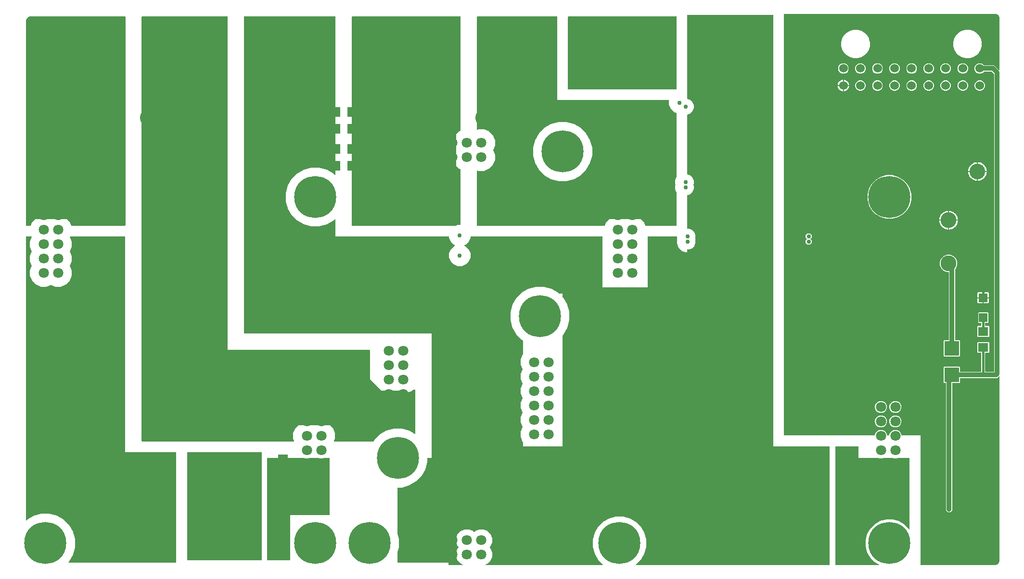
<source format=gbr>
G04 EAGLE Gerber RS-274X export*
G75*
%MOMM*%
%FSLAX34Y34*%
%LPD*%
%INTop Copper*%
%IPPOS*%
%AMOC8*
5,1,8,0,0,1.08239X$1,22.5*%
G01*
%ADD10C,2.781300*%
%ADD11C,1.530000*%
%ADD12R,1.600000X1.803000*%
%ADD13R,1.600000X1.800000*%
%ADD14R,2.540000X2.540000*%
%ADD15R,1.803000X1.600000*%
%ADD16R,1.500000X1.500000*%
%ADD17C,2.760000*%
%ADD18C,7.400000*%
%ADD19C,1.800000*%
%ADD20R,1.800000X3.200000*%
%ADD21C,1.270000*%
%ADD22C,0.812800*%
%ADD23C,0.756400*%
%ADD24C,0.406400*%

G36*
X798113Y590369D02*
X798113Y590369D01*
X798062Y590367D01*
X798030Y590349D01*
X797994Y590341D01*
X797955Y590308D01*
X797910Y590284D01*
X797889Y590254D01*
X797861Y590231D01*
X797840Y590184D01*
X797810Y590142D01*
X797802Y590100D01*
X797790Y590072D01*
X797791Y590042D01*
X797783Y590000D01*
X797783Y588264D01*
X794923Y581360D01*
X789640Y576077D01*
X786681Y574851D01*
X786660Y574836D01*
X786635Y574829D01*
X786590Y574786D01*
X786540Y574750D01*
X786528Y574728D01*
X786509Y574710D01*
X786488Y574652D01*
X786459Y574597D01*
X786458Y574571D01*
X786449Y574547D01*
X786456Y574486D01*
X786454Y574424D01*
X786465Y574401D01*
X786467Y574375D01*
X786500Y574323D01*
X786526Y574267D01*
X786546Y574250D01*
X786560Y574229D01*
X786632Y574181D01*
X786661Y574158D01*
X786671Y574156D01*
X786681Y574149D01*
X789640Y572923D01*
X794923Y567640D01*
X797783Y560736D01*
X797783Y553264D01*
X794923Y546360D01*
X789640Y541077D01*
X782736Y538217D01*
X775264Y538217D01*
X768360Y541077D01*
X763077Y546360D01*
X760217Y553264D01*
X760217Y560736D01*
X763077Y567640D01*
X768360Y572923D01*
X771319Y574149D01*
X771340Y574164D01*
X771365Y574171D01*
X771410Y574214D01*
X771460Y574250D01*
X771472Y574273D01*
X771491Y574290D01*
X771512Y574348D01*
X771541Y574403D01*
X771542Y574429D01*
X771551Y574453D01*
X771544Y574514D01*
X771546Y574576D01*
X771535Y574599D01*
X771533Y574625D01*
X771500Y574677D01*
X771474Y574733D01*
X771454Y574750D01*
X771440Y574771D01*
X771368Y574819D01*
X771339Y574842D01*
X771329Y574845D01*
X771319Y574851D01*
X768360Y576077D01*
X763077Y581360D01*
X760217Y588264D01*
X760217Y590000D01*
X760206Y590050D01*
X760204Y590101D01*
X760186Y590133D01*
X760178Y590169D01*
X760145Y590208D01*
X760121Y590253D01*
X760091Y590274D01*
X760068Y590302D01*
X760021Y590323D01*
X759979Y590353D01*
X759937Y590361D01*
X759909Y590373D01*
X759879Y590372D01*
X759837Y590380D01*
X560380Y590380D01*
X560380Y620922D01*
X560374Y620947D01*
X560377Y620973D01*
X560355Y621031D01*
X560341Y621091D01*
X560324Y621111D01*
X560315Y621135D01*
X560270Y621177D01*
X560231Y621224D01*
X560207Y621235D01*
X560188Y621253D01*
X560129Y621270D01*
X560072Y621295D01*
X560047Y621294D01*
X560022Y621302D01*
X559961Y621291D01*
X559899Y621289D01*
X559877Y621276D01*
X559851Y621272D01*
X559780Y621224D01*
X559747Y621206D01*
X559741Y621198D01*
X559731Y621191D01*
X556929Y618389D01*
X545071Y611543D01*
X531846Y607999D01*
X518154Y607999D01*
X504929Y611543D01*
X493071Y618389D01*
X483389Y628071D01*
X476543Y639929D01*
X476194Y641232D01*
X474971Y645795D01*
X473239Y652260D01*
X472999Y653154D01*
X472999Y666846D01*
X476543Y680071D01*
X483389Y691929D01*
X493071Y701611D01*
X504929Y708457D01*
X518154Y712001D01*
X531846Y712001D01*
X545071Y708457D01*
X556929Y701611D01*
X559731Y698809D01*
X559753Y698795D01*
X559769Y698776D01*
X559826Y698750D01*
X559878Y698718D01*
X559904Y698715D01*
X559928Y698705D01*
X559989Y698707D01*
X560051Y698701D01*
X560075Y698710D01*
X560101Y698711D01*
X560155Y698741D01*
X560213Y698763D01*
X560230Y698782D01*
X560253Y698794D01*
X560288Y698844D01*
X560330Y698890D01*
X560338Y698915D01*
X560353Y698936D01*
X560369Y699020D01*
X560380Y699056D01*
X560378Y699066D01*
X560380Y699078D01*
X560380Y977619D01*
X560369Y977669D01*
X560367Y977720D01*
X560349Y977752D01*
X560341Y977788D01*
X560308Y977827D01*
X560284Y977872D01*
X560254Y977893D01*
X560231Y977921D01*
X560184Y977942D01*
X560142Y977972D01*
X560100Y977980D01*
X560072Y977992D01*
X560042Y977991D01*
X560000Y977999D01*
X400000Y977999D01*
X399950Y977988D01*
X399899Y977986D01*
X399867Y977968D01*
X399831Y977960D01*
X399792Y977927D01*
X399747Y977903D01*
X399726Y977873D01*
X399698Y977850D01*
X399677Y977803D01*
X399647Y977761D01*
X399639Y977719D01*
X399627Y977691D01*
X399628Y977661D01*
X399620Y977619D01*
X399620Y420000D01*
X399631Y419950D01*
X399633Y419899D01*
X399651Y419867D01*
X399659Y419831D01*
X399692Y419792D01*
X399716Y419747D01*
X399746Y419726D01*
X399769Y419698D01*
X399816Y419677D01*
X399858Y419647D01*
X399900Y419639D01*
X399928Y419627D01*
X399958Y419628D01*
X400000Y419620D01*
X729620Y419620D01*
X729620Y200380D01*
X722381Y200380D01*
X722331Y200369D01*
X722280Y200367D01*
X722248Y200349D01*
X722212Y200341D01*
X722173Y200308D01*
X722128Y200284D01*
X722107Y200254D01*
X722079Y200231D01*
X722058Y200184D01*
X722028Y200142D01*
X722020Y200100D01*
X722008Y200072D01*
X722009Y200042D01*
X722001Y200000D01*
X722001Y193154D01*
X718457Y179929D01*
X711611Y168071D01*
X701929Y158389D01*
X690071Y151543D01*
X676846Y147999D01*
X670000Y147999D01*
X669950Y147988D01*
X669899Y147986D01*
X669867Y147968D01*
X669831Y147960D01*
X669792Y147927D01*
X669747Y147903D01*
X669726Y147873D01*
X669698Y147850D01*
X669677Y147803D01*
X669647Y147761D01*
X669639Y147719D01*
X669627Y147691D01*
X669628Y147661D01*
X669620Y147619D01*
X669620Y65782D01*
X669628Y65745D01*
X669633Y65684D01*
X670134Y63812D01*
X670134Y63811D01*
X672001Y56846D01*
X672001Y43154D01*
X669633Y34316D01*
X669632Y34279D01*
X669620Y34218D01*
X669620Y16381D01*
X669631Y16331D01*
X669633Y16280D01*
X669651Y16248D01*
X669659Y16212D01*
X669692Y16173D01*
X669716Y16128D01*
X669746Y16107D01*
X669769Y16079D01*
X669816Y16058D01*
X669858Y16028D01*
X669900Y16020D01*
X669928Y16008D01*
X669958Y16009D01*
X670000Y16001D01*
X759239Y16001D01*
X759239Y11922D01*
X759242Y11902D01*
X759240Y11883D01*
X759262Y11781D01*
X759279Y11679D01*
X759288Y11662D01*
X759292Y11642D01*
X759345Y11553D01*
X759394Y11462D01*
X759408Y11448D01*
X759418Y11431D01*
X759497Y11364D01*
X759572Y11292D01*
X759590Y11284D01*
X759605Y11271D01*
X759701Y11232D01*
X759795Y11189D01*
X759815Y11187D01*
X759833Y11179D01*
X760000Y11161D01*
X783604Y11161D01*
X783700Y11176D01*
X783797Y11186D01*
X783821Y11196D01*
X783846Y11200D01*
X783932Y11246D01*
X784021Y11286D01*
X784041Y11303D01*
X784064Y11316D01*
X784131Y11386D01*
X784203Y11452D01*
X784215Y11475D01*
X784233Y11494D01*
X784274Y11582D01*
X784321Y11668D01*
X784326Y11693D01*
X784337Y11717D01*
X784348Y11814D01*
X784365Y11910D01*
X784361Y11936D01*
X784364Y11961D01*
X784343Y12057D01*
X784329Y12153D01*
X784317Y12176D01*
X784312Y12202D01*
X784262Y12285D01*
X784218Y12372D01*
X784199Y12391D01*
X784185Y12413D01*
X784112Y12476D01*
X784042Y12544D01*
X784013Y12560D01*
X783999Y12573D01*
X783968Y12585D01*
X783895Y12625D01*
X780837Y13892D01*
X775492Y19237D01*
X772599Y26221D01*
X772599Y33779D01*
X775492Y40763D01*
X776891Y42162D01*
X776902Y42178D01*
X776918Y42190D01*
X776974Y42278D01*
X777034Y42361D01*
X777040Y42380D01*
X777051Y42397D01*
X777076Y42498D01*
X777107Y42597D01*
X777106Y42616D01*
X777111Y42636D01*
X777103Y42739D01*
X777100Y42842D01*
X777093Y42861D01*
X777092Y42881D01*
X777051Y42976D01*
X777016Y43073D01*
X777003Y43089D01*
X776995Y43107D01*
X776891Y43238D01*
X775492Y44637D01*
X772599Y51621D01*
X772599Y59179D01*
X775492Y66163D01*
X780837Y71508D01*
X787821Y74401D01*
X795379Y74401D01*
X802363Y71508D01*
X803762Y70109D01*
X803778Y70098D01*
X803790Y70082D01*
X803878Y70026D01*
X803961Y69966D01*
X803980Y69960D01*
X803997Y69949D01*
X804098Y69924D01*
X804197Y69893D01*
X804216Y69894D01*
X804236Y69889D01*
X804339Y69897D01*
X804442Y69900D01*
X804461Y69907D01*
X804481Y69908D01*
X804576Y69949D01*
X804673Y69984D01*
X804689Y69997D01*
X804707Y70005D01*
X804838Y70109D01*
X806237Y71508D01*
X813221Y74401D01*
X820779Y74401D01*
X827763Y71508D01*
X833108Y66163D01*
X836001Y59179D01*
X836001Y51621D01*
X833108Y44637D01*
X831709Y43238D01*
X831698Y43222D01*
X831682Y43210D01*
X831626Y43122D01*
X831566Y43039D01*
X831560Y43020D01*
X831549Y43003D01*
X831524Y42902D01*
X831493Y42803D01*
X831494Y42784D01*
X831489Y42764D01*
X831497Y42661D01*
X831500Y42558D01*
X831507Y42539D01*
X831508Y42519D01*
X831549Y42424D01*
X831584Y42327D01*
X831597Y42311D01*
X831605Y42293D01*
X831709Y42162D01*
X833108Y40763D01*
X836001Y33779D01*
X836001Y26221D01*
X833108Y19237D01*
X827763Y13892D01*
X824705Y12625D01*
X824622Y12574D01*
X824536Y12528D01*
X824518Y12509D01*
X824496Y12496D01*
X824434Y12421D01*
X824367Y12350D01*
X824356Y12326D01*
X824339Y12306D01*
X824304Y12215D01*
X824263Y12127D01*
X824260Y12101D01*
X824251Y12077D01*
X824247Y11979D01*
X824236Y11883D01*
X824242Y11857D01*
X824241Y11831D01*
X824268Y11737D01*
X824288Y11642D01*
X824302Y11620D01*
X824309Y11595D01*
X824365Y11515D01*
X824415Y11431D01*
X824434Y11414D01*
X824449Y11393D01*
X824527Y11334D01*
X824601Y11271D01*
X824626Y11261D01*
X824647Y11246D01*
X824739Y11216D01*
X824830Y11179D01*
X824862Y11176D01*
X824881Y11170D01*
X824914Y11170D01*
X824996Y11161D01*
X1030532Y11161D01*
X1030603Y11172D01*
X1030675Y11174D01*
X1030724Y11192D01*
X1030775Y11200D01*
X1030838Y11234D01*
X1030906Y11259D01*
X1030946Y11291D01*
X1030993Y11316D01*
X1031042Y11368D01*
X1031098Y11412D01*
X1031126Y11456D01*
X1031162Y11494D01*
X1031192Y11559D01*
X1031231Y11619D01*
X1031244Y11670D01*
X1031266Y11717D01*
X1031273Y11788D01*
X1031291Y11858D01*
X1031287Y11910D01*
X1031293Y11961D01*
X1031277Y12032D01*
X1031272Y12103D01*
X1031251Y12151D01*
X1031240Y12202D01*
X1031204Y12263D01*
X1031175Y12329D01*
X1031131Y12385D01*
X1031114Y12413D01*
X1031096Y12428D01*
X1031071Y12460D01*
X1022390Y21141D01*
X1016202Y31858D01*
X1012999Y43812D01*
X1012999Y56188D01*
X1016202Y68142D01*
X1022390Y78859D01*
X1031141Y87610D01*
X1041858Y93798D01*
X1053812Y97001D01*
X1066188Y97001D01*
X1078142Y93798D01*
X1088859Y87610D01*
X1097610Y78859D01*
X1103798Y68142D01*
X1107001Y56188D01*
X1107001Y43812D01*
X1103798Y31858D01*
X1097610Y21141D01*
X1088929Y12460D01*
X1088887Y12402D01*
X1088838Y12350D01*
X1088816Y12303D01*
X1088786Y12261D01*
X1088765Y12192D01*
X1088734Y12127D01*
X1088729Y12075D01*
X1088713Y12025D01*
X1088715Y11954D01*
X1088707Y11883D01*
X1088718Y11832D01*
X1088720Y11780D01*
X1088744Y11712D01*
X1088760Y11642D01*
X1088786Y11597D01*
X1088804Y11549D01*
X1088849Y11493D01*
X1088886Y11431D01*
X1088925Y11397D01*
X1088958Y11357D01*
X1089018Y11318D01*
X1089073Y11271D01*
X1089121Y11252D01*
X1089165Y11224D01*
X1089234Y11206D01*
X1089301Y11179D01*
X1089372Y11171D01*
X1089403Y11163D01*
X1089427Y11165D01*
X1089468Y11161D01*
X1428857Y11161D01*
X1428877Y11164D01*
X1428896Y11162D01*
X1428998Y11184D01*
X1429100Y11200D01*
X1429117Y11210D01*
X1429137Y11214D01*
X1429226Y11267D01*
X1429317Y11316D01*
X1429331Y11330D01*
X1429348Y11340D01*
X1429415Y11419D01*
X1429487Y11494D01*
X1429495Y11512D01*
X1429508Y11527D01*
X1429547Y11623D01*
X1429590Y11717D01*
X1429592Y11737D01*
X1429600Y11755D01*
X1429618Y11922D01*
X1429618Y220000D01*
X1429615Y220020D01*
X1429617Y220039D01*
X1429595Y220141D01*
X1429579Y220243D01*
X1429569Y220260D01*
X1429565Y220280D01*
X1429512Y220369D01*
X1429463Y220460D01*
X1429449Y220474D01*
X1429439Y220491D01*
X1429360Y220558D01*
X1429285Y220630D01*
X1429267Y220638D01*
X1429252Y220651D01*
X1429156Y220690D01*
X1429062Y220733D01*
X1429042Y220735D01*
X1429024Y220743D01*
X1428857Y220761D01*
X1330761Y220761D01*
X1330761Y980000D01*
X1330758Y980020D01*
X1330760Y980039D01*
X1330738Y980141D01*
X1330722Y980243D01*
X1330712Y980260D01*
X1330708Y980280D01*
X1330655Y980369D01*
X1330606Y980460D01*
X1330592Y980474D01*
X1330582Y980491D01*
X1330503Y980558D01*
X1330428Y980630D01*
X1330410Y980638D01*
X1330395Y980651D01*
X1330299Y980690D01*
X1330205Y980733D01*
X1330185Y980735D01*
X1330167Y980743D01*
X1330000Y980761D01*
X1180000Y980761D01*
X1179980Y980758D01*
X1179961Y980760D01*
X1179859Y980738D01*
X1179757Y980722D01*
X1179740Y980712D01*
X1179720Y980708D01*
X1179631Y980655D01*
X1179540Y980606D01*
X1179526Y980592D01*
X1179509Y980582D01*
X1179442Y980503D01*
X1179371Y980428D01*
X1179362Y980410D01*
X1179349Y980395D01*
X1179310Y980299D01*
X1179267Y980205D01*
X1179265Y980185D01*
X1179257Y980167D01*
X1179239Y980000D01*
X1179239Y833500D01*
X1179258Y833385D01*
X1179275Y833269D01*
X1179278Y833263D01*
X1179279Y833257D01*
X1179333Y833154D01*
X1179386Y833049D01*
X1179391Y833045D01*
X1179394Y833040D01*
X1179478Y832960D01*
X1179562Y832877D01*
X1179568Y832874D01*
X1179572Y832870D01*
X1179589Y832862D01*
X1179709Y832796D01*
X1184807Y830684D01*
X1188684Y826807D01*
X1190783Y821742D01*
X1190783Y816258D01*
X1188684Y811193D01*
X1184807Y807316D01*
X1179709Y805204D01*
X1179609Y805142D01*
X1179509Y805082D01*
X1179505Y805077D01*
X1179500Y805074D01*
X1179425Y804984D01*
X1179349Y804895D01*
X1179347Y804889D01*
X1179343Y804885D01*
X1179301Y804776D01*
X1179257Y804667D01*
X1179256Y804660D01*
X1179255Y804655D01*
X1179254Y804637D01*
X1179239Y804500D01*
X1179239Y700588D01*
X1179258Y700473D01*
X1179275Y700357D01*
X1179278Y700351D01*
X1179279Y700345D01*
X1179333Y700242D01*
X1179386Y700137D01*
X1179391Y700133D01*
X1179394Y700128D01*
X1179478Y700048D01*
X1179562Y699965D01*
X1179568Y699962D01*
X1179572Y699958D01*
X1179589Y699950D01*
X1179709Y699884D01*
X1184807Y697772D01*
X1188684Y693895D01*
X1190783Y688830D01*
X1190783Y683346D01*
X1190157Y681835D01*
X1190136Y681746D01*
X1190108Y681660D01*
X1190108Y681627D01*
X1190101Y681596D01*
X1190109Y681505D01*
X1190110Y681414D01*
X1190122Y681374D01*
X1190124Y681351D01*
X1190137Y681322D01*
X1190157Y681253D01*
X1190783Y679742D01*
X1190783Y674258D01*
X1188684Y669193D01*
X1184807Y665316D01*
X1179709Y663204D01*
X1179609Y663142D01*
X1179509Y663082D01*
X1179505Y663077D01*
X1179500Y663074D01*
X1179425Y662984D01*
X1179349Y662895D01*
X1179347Y662889D01*
X1179343Y662885D01*
X1179301Y662776D01*
X1179257Y662667D01*
X1179256Y662660D01*
X1179255Y662655D01*
X1179254Y662637D01*
X1179239Y662500D01*
X1179239Y605088D01*
X1179242Y605068D01*
X1179240Y605049D01*
X1179262Y604947D01*
X1179279Y604845D01*
X1179288Y604828D01*
X1179292Y604808D01*
X1179345Y604719D01*
X1179394Y604628D01*
X1179408Y604614D01*
X1179418Y604597D01*
X1179497Y604530D01*
X1179572Y604458D01*
X1179590Y604450D01*
X1179605Y604437D01*
X1179701Y604398D01*
X1179795Y604355D01*
X1179815Y604353D01*
X1179833Y604345D01*
X1180000Y604327D01*
X1182742Y604327D01*
X1187807Y602228D01*
X1191684Y598351D01*
X1193783Y593286D01*
X1193783Y587802D01*
X1193157Y586291D01*
X1193136Y586202D01*
X1193108Y586116D01*
X1193108Y586083D01*
X1193101Y586052D01*
X1193109Y585961D01*
X1193110Y585870D01*
X1193122Y585830D01*
X1193124Y585807D01*
X1193137Y585778D01*
X1193157Y585709D01*
X1193783Y584198D01*
X1193783Y578714D01*
X1191684Y573649D01*
X1187807Y569772D01*
X1182742Y567673D01*
X1180000Y567673D01*
X1179980Y567670D01*
X1179961Y567672D01*
X1179859Y567650D01*
X1179757Y567634D01*
X1179740Y567624D01*
X1179720Y567620D01*
X1179631Y567567D01*
X1179540Y567518D01*
X1179526Y567504D01*
X1179509Y567494D01*
X1179442Y567415D01*
X1179371Y567340D01*
X1179362Y567322D01*
X1179349Y567307D01*
X1179310Y567211D01*
X1179267Y567117D01*
X1179265Y567097D01*
X1179257Y567079D01*
X1179239Y566912D01*
X1179239Y562673D01*
X1176264Y562673D01*
X1169360Y565533D01*
X1164077Y570816D01*
X1161217Y577720D01*
X1161217Y585192D01*
X1161492Y585854D01*
X1161504Y585930D01*
X1161521Y586004D01*
X1161518Y586016D01*
X1161520Y586025D01*
X1161509Y586061D01*
X1161492Y586146D01*
X1161217Y586808D01*
X1161217Y590000D01*
X1161206Y590050D01*
X1161204Y590101D01*
X1161186Y590133D01*
X1161178Y590169D01*
X1161145Y590208D01*
X1161121Y590253D01*
X1161091Y590274D01*
X1161068Y590302D01*
X1161021Y590323D01*
X1160979Y590353D01*
X1160937Y590361D01*
X1160909Y590373D01*
X1160879Y590372D01*
X1160837Y590380D01*
X1110000Y590380D01*
X1109950Y590369D01*
X1109899Y590367D01*
X1109867Y590349D01*
X1109831Y590341D01*
X1109792Y590308D01*
X1109747Y590284D01*
X1109726Y590254D01*
X1109698Y590231D01*
X1109677Y590184D01*
X1109647Y590142D01*
X1109639Y590100D01*
X1109627Y590072D01*
X1109628Y590042D01*
X1109620Y590000D01*
X1109620Y500380D01*
X1030380Y500380D01*
X1030380Y590000D01*
X1030369Y590050D01*
X1030367Y590101D01*
X1030349Y590133D01*
X1030341Y590169D01*
X1030308Y590208D01*
X1030284Y590253D01*
X1030254Y590274D01*
X1030231Y590302D01*
X1030184Y590323D01*
X1030142Y590353D01*
X1030100Y590361D01*
X1030072Y590373D01*
X1030042Y590372D01*
X1030000Y590380D01*
X798163Y590380D01*
X798113Y590369D01*
G37*
G36*
X1720013Y11164D02*
X1720013Y11164D01*
X1720030Y11162D01*
X1721353Y11266D01*
X1721387Y11277D01*
X1721441Y11284D01*
X1723958Y12101D01*
X1723991Y12121D01*
X1724064Y12155D01*
X1726205Y13711D01*
X1726230Y13740D01*
X1726289Y13795D01*
X1727845Y15936D01*
X1727860Y15972D01*
X1727899Y16042D01*
X1728716Y18559D01*
X1728719Y18595D01*
X1728734Y18647D01*
X1728838Y19970D01*
X1728836Y19983D01*
X1728839Y20000D01*
X1728839Y344018D01*
X1728833Y344043D01*
X1728836Y344068D01*
X1728814Y344126D01*
X1728800Y344186D01*
X1728783Y344206D01*
X1728774Y344230D01*
X1728729Y344272D01*
X1728690Y344320D01*
X1728666Y344331D01*
X1728647Y344348D01*
X1728588Y344366D01*
X1728531Y344391D01*
X1728506Y344390D01*
X1728481Y344397D01*
X1728420Y344387D01*
X1728358Y344384D01*
X1728336Y344372D01*
X1728310Y344368D01*
X1728239Y344319D01*
X1728206Y344302D01*
X1728200Y344293D01*
X1728190Y344286D01*
X1724820Y340916D01*
X1659605Y340916D01*
X1659555Y340905D01*
X1659504Y340903D01*
X1659472Y340885D01*
X1659436Y340877D01*
X1659397Y340844D01*
X1659352Y340820D01*
X1659331Y340790D01*
X1659303Y340767D01*
X1659282Y340720D01*
X1659252Y340678D01*
X1659244Y340636D01*
X1659232Y340608D01*
X1659233Y340578D01*
X1659225Y340536D01*
X1659225Y333173D01*
X1658332Y332280D01*
X1645969Y332280D01*
X1645919Y332269D01*
X1645868Y332267D01*
X1645836Y332249D01*
X1645800Y332241D01*
X1645761Y332208D01*
X1645716Y332184D01*
X1645695Y332154D01*
X1645667Y332131D01*
X1645646Y332084D01*
X1645616Y332042D01*
X1645608Y332000D01*
X1645596Y331972D01*
X1645597Y331942D01*
X1645589Y331900D01*
X1645589Y107685D01*
X1642315Y104411D01*
X1637685Y104411D01*
X1634411Y107685D01*
X1634411Y331900D01*
X1634400Y331950D01*
X1634398Y332001D01*
X1634380Y332033D01*
X1634372Y332069D01*
X1634339Y332108D01*
X1634315Y332153D01*
X1634285Y332174D01*
X1634262Y332202D01*
X1634215Y332223D01*
X1634173Y332253D01*
X1634131Y332261D01*
X1634103Y332273D01*
X1634073Y332272D01*
X1634031Y332280D01*
X1631668Y332280D01*
X1630775Y333173D01*
X1630775Y359837D01*
X1631668Y360730D01*
X1658332Y360730D01*
X1659225Y359837D01*
X1659225Y352474D01*
X1659236Y352424D01*
X1659238Y352373D01*
X1659256Y352341D01*
X1659264Y352305D01*
X1659297Y352266D01*
X1659321Y352221D01*
X1659351Y352200D01*
X1659374Y352172D01*
X1659421Y352151D01*
X1659463Y352121D01*
X1659505Y352113D01*
X1659533Y352101D01*
X1659563Y352102D01*
X1659605Y352094D01*
X1696063Y352094D01*
X1696113Y352105D01*
X1696164Y352107D01*
X1696196Y352125D01*
X1696232Y352133D01*
X1696271Y352166D01*
X1696316Y352190D01*
X1696337Y352220D01*
X1696365Y352243D01*
X1696386Y352290D01*
X1696416Y352332D01*
X1696424Y352374D01*
X1696436Y352402D01*
X1696435Y352432D01*
X1696443Y352474D01*
X1696443Y384875D01*
X1696432Y384925D01*
X1696430Y384976D01*
X1696412Y385008D01*
X1696404Y385044D01*
X1696371Y385083D01*
X1696347Y385128D01*
X1696317Y385149D01*
X1696294Y385177D01*
X1696247Y385198D01*
X1696205Y385228D01*
X1696163Y385236D01*
X1696135Y385248D01*
X1696105Y385247D01*
X1696063Y385255D01*
X1690353Y385255D01*
X1689460Y386148D01*
X1689460Y403412D01*
X1690353Y404305D01*
X1709647Y404305D01*
X1710540Y403412D01*
X1710540Y386148D01*
X1709647Y385255D01*
X1703937Y385255D01*
X1703887Y385244D01*
X1703836Y385242D01*
X1703804Y385224D01*
X1703768Y385216D01*
X1703729Y385183D01*
X1703684Y385159D01*
X1703663Y385129D01*
X1703635Y385106D01*
X1703614Y385059D01*
X1703584Y385017D01*
X1703576Y384975D01*
X1703564Y384947D01*
X1703565Y384917D01*
X1703557Y384875D01*
X1703557Y352474D01*
X1703568Y352424D01*
X1703570Y352373D01*
X1703588Y352341D01*
X1703596Y352305D01*
X1703629Y352266D01*
X1703653Y352221D01*
X1703683Y352200D01*
X1703706Y352172D01*
X1703753Y352151D01*
X1703795Y352121D01*
X1703837Y352113D01*
X1703865Y352101D01*
X1703895Y352102D01*
X1703937Y352094D01*
X1718807Y352094D01*
X1718857Y352105D01*
X1718908Y352107D01*
X1718940Y352125D01*
X1718976Y352133D01*
X1719015Y352166D01*
X1719060Y352190D01*
X1719081Y352220D01*
X1719109Y352243D01*
X1719130Y352290D01*
X1719160Y352332D01*
X1719168Y352374D01*
X1719180Y352402D01*
X1719179Y352432D01*
X1719187Y352474D01*
X1719187Y876528D01*
X1719170Y876602D01*
X1719157Y876676D01*
X1719150Y876686D01*
X1719148Y876696D01*
X1719124Y876725D01*
X1719076Y876796D01*
X1715072Y880800D01*
X1715008Y880840D01*
X1714946Y880884D01*
X1714934Y880886D01*
X1714925Y880891D01*
X1714888Y880895D01*
X1714804Y880911D01*
X1701544Y880911D01*
X1701470Y880894D01*
X1701395Y880881D01*
X1701385Y880874D01*
X1701375Y880872D01*
X1701346Y880848D01*
X1701275Y880800D01*
X1699197Y878722D01*
X1695825Y877325D01*
X1692175Y877325D01*
X1688803Y878722D01*
X1686222Y881303D01*
X1684825Y884675D01*
X1684825Y888325D01*
X1686222Y891697D01*
X1688803Y894278D01*
X1692175Y895675D01*
X1695825Y895675D01*
X1699197Y894278D01*
X1701275Y892200D01*
X1701340Y892160D01*
X1701402Y892116D01*
X1701414Y892114D01*
X1701422Y892109D01*
X1701459Y892105D01*
X1701544Y892089D01*
X1719591Y892089D01*
X1726980Y884700D01*
X1728190Y883490D01*
X1728212Y883476D01*
X1728228Y883456D01*
X1728285Y883431D01*
X1728337Y883398D01*
X1728363Y883396D01*
X1728387Y883385D01*
X1728448Y883387D01*
X1728510Y883382D01*
X1728534Y883391D01*
X1728560Y883392D01*
X1728614Y883421D01*
X1728672Y883443D01*
X1728689Y883462D01*
X1728712Y883474D01*
X1728747Y883525D01*
X1728789Y883570D01*
X1728797Y883595D01*
X1728812Y883616D01*
X1728828Y883701D01*
X1728839Y883736D01*
X1728837Y883746D01*
X1728839Y883758D01*
X1728839Y975000D01*
X1728836Y975013D01*
X1728838Y975030D01*
X1728746Y976197D01*
X1728735Y976231D01*
X1728729Y976284D01*
X1728008Y978504D01*
X1727988Y978537D01*
X1727954Y978610D01*
X1726582Y980498D01*
X1726553Y980523D01*
X1726498Y980582D01*
X1724610Y981954D01*
X1724574Y981969D01*
X1724504Y982008D01*
X1722284Y982729D01*
X1722249Y982732D01*
X1722197Y982746D01*
X1721030Y982838D01*
X1721017Y982836D01*
X1721000Y982839D01*
X1350000Y982839D01*
X1349950Y982828D01*
X1349899Y982826D01*
X1349867Y982808D01*
X1349831Y982800D01*
X1349792Y982767D01*
X1349747Y982743D01*
X1349726Y982713D01*
X1349698Y982690D01*
X1349677Y982643D01*
X1349647Y982601D01*
X1349639Y982559D01*
X1349627Y982531D01*
X1349628Y982501D01*
X1349620Y982459D01*
X1349620Y240000D01*
X1349631Y239950D01*
X1349633Y239899D01*
X1349651Y239867D01*
X1349659Y239831D01*
X1349692Y239792D01*
X1349716Y239747D01*
X1349746Y239726D01*
X1349769Y239698D01*
X1349816Y239677D01*
X1349858Y239647D01*
X1349900Y239639D01*
X1349928Y239627D01*
X1349958Y239628D01*
X1350000Y239620D01*
X1509095Y239620D01*
X1509145Y239631D01*
X1509196Y239633D01*
X1509228Y239651D01*
X1509264Y239659D01*
X1509303Y239692D01*
X1509348Y239716D01*
X1509369Y239746D01*
X1509397Y239769D01*
X1509418Y239816D01*
X1509448Y239858D01*
X1509456Y239900D01*
X1509468Y239928D01*
X1509467Y239958D01*
X1509475Y240000D01*
X1509475Y241293D01*
X1511078Y245162D01*
X1514038Y248122D01*
X1517907Y249725D01*
X1522093Y249725D01*
X1525962Y248122D01*
X1528922Y245162D01*
X1530525Y241293D01*
X1530525Y240000D01*
X1530536Y239950D01*
X1530538Y239899D01*
X1530556Y239867D01*
X1530564Y239831D01*
X1530597Y239792D01*
X1530621Y239747D01*
X1530651Y239726D01*
X1530674Y239698D01*
X1530721Y239677D01*
X1530763Y239647D01*
X1530805Y239639D01*
X1530833Y239627D01*
X1530863Y239628D01*
X1530905Y239620D01*
X1534495Y239620D01*
X1534545Y239631D01*
X1534596Y239633D01*
X1534628Y239651D01*
X1534664Y239659D01*
X1534703Y239692D01*
X1534748Y239716D01*
X1534769Y239746D01*
X1534797Y239769D01*
X1534818Y239816D01*
X1534848Y239858D01*
X1534856Y239900D01*
X1534868Y239928D01*
X1534867Y239958D01*
X1534875Y240000D01*
X1534875Y241293D01*
X1536478Y245162D01*
X1539438Y248122D01*
X1543307Y249725D01*
X1547493Y249725D01*
X1551362Y248122D01*
X1554322Y245162D01*
X1555925Y241293D01*
X1555925Y240000D01*
X1555936Y239950D01*
X1555938Y239899D01*
X1555956Y239867D01*
X1555964Y239831D01*
X1555997Y239792D01*
X1556021Y239747D01*
X1556051Y239726D01*
X1556074Y239698D01*
X1556121Y239677D01*
X1556163Y239647D01*
X1556205Y239639D01*
X1556233Y239627D01*
X1556263Y239628D01*
X1556305Y239620D01*
X1589620Y239620D01*
X1589620Y11541D01*
X1589631Y11491D01*
X1589633Y11440D01*
X1589651Y11408D01*
X1589659Y11372D01*
X1589692Y11333D01*
X1589716Y11288D01*
X1589746Y11267D01*
X1589769Y11239D01*
X1589816Y11218D01*
X1589858Y11188D01*
X1589900Y11180D01*
X1589928Y11168D01*
X1589958Y11169D01*
X1590000Y11161D01*
X1720000Y11161D01*
X1720013Y11164D01*
G37*
G36*
X487054Y229246D02*
X487054Y229246D01*
X487100Y229244D01*
X487175Y229266D01*
X487251Y229279D01*
X487292Y229300D01*
X487336Y229313D01*
X487400Y229357D01*
X487469Y229394D01*
X487500Y229427D01*
X487538Y229453D01*
X487584Y229515D01*
X487638Y229572D01*
X487657Y229614D01*
X487685Y229650D01*
X487709Y229724D01*
X487742Y229795D01*
X487747Y229841D01*
X487761Y229884D01*
X487760Y229962D01*
X487769Y230039D01*
X487759Y230084D01*
X487759Y230130D01*
X487721Y230262D01*
X487717Y230280D01*
X487714Y230284D01*
X487712Y230291D01*
X485999Y234426D01*
X485999Y243974D01*
X489653Y252795D01*
X496405Y259547D01*
X505226Y263201D01*
X514774Y263201D01*
X522409Y260038D01*
X522497Y260018D01*
X522584Y259989D01*
X522617Y259990D01*
X522648Y259982D01*
X522739Y259991D01*
X522830Y259992D01*
X522870Y260003D01*
X522893Y260005D01*
X522922Y260018D01*
X522991Y260038D01*
X530626Y263201D01*
X540174Y263201D01*
X548995Y259547D01*
X555747Y252795D01*
X559401Y243974D01*
X559401Y234426D01*
X557688Y230291D01*
X557678Y230247D01*
X557658Y230205D01*
X557650Y230128D01*
X557632Y230052D01*
X557636Y230006D01*
X557631Y229961D01*
X557648Y229884D01*
X557655Y229807D01*
X557674Y229765D01*
X557683Y229720D01*
X557723Y229653D01*
X557755Y229582D01*
X557786Y229548D01*
X557810Y229509D01*
X557869Y229459D01*
X557921Y229401D01*
X557962Y229379D01*
X557997Y229349D01*
X558069Y229320D01*
X558137Y229283D01*
X558182Y229274D01*
X558225Y229257D01*
X558361Y229242D01*
X558379Y229239D01*
X558384Y229240D01*
X558391Y229239D01*
X626396Y229239D01*
X626463Y229250D01*
X626531Y229251D01*
X626584Y229269D01*
X626639Y229279D01*
X626699Y229310D01*
X626762Y229333D01*
X626807Y229367D01*
X626856Y229394D01*
X626903Y229442D01*
X626956Y229484D01*
X627003Y229548D01*
X627026Y229572D01*
X627035Y229591D01*
X627055Y229619D01*
X628389Y231929D01*
X638071Y241611D01*
X649928Y248457D01*
X663154Y252001D01*
X676846Y252001D01*
X690072Y248457D01*
X699619Y242945D01*
X699708Y242911D01*
X699795Y242871D01*
X699823Y242868D01*
X699849Y242858D01*
X699945Y242854D01*
X700039Y242844D01*
X700067Y242850D01*
X700095Y242848D01*
X700187Y242876D01*
X700280Y242896D01*
X700304Y242910D01*
X700331Y242918D01*
X700409Y242973D01*
X700491Y243022D01*
X700509Y243043D01*
X700532Y243060D01*
X700589Y243136D01*
X700651Y243209D01*
X700661Y243235D01*
X700678Y243258D01*
X700707Y243348D01*
X700743Y243437D01*
X700747Y243472D01*
X700753Y243492D01*
X700753Y243525D01*
X700761Y243604D01*
X700761Y320000D01*
X700758Y320020D01*
X700760Y320039D01*
X700738Y320141D01*
X700722Y320243D01*
X700712Y320260D01*
X700708Y320280D01*
X700655Y320369D01*
X700606Y320460D01*
X700592Y320474D01*
X700582Y320491D01*
X700503Y320558D01*
X700428Y320630D01*
X700410Y320638D01*
X700395Y320651D01*
X700299Y320690D01*
X700205Y320733D01*
X700185Y320735D01*
X700167Y320743D01*
X700000Y320761D01*
X696819Y320761D01*
X696729Y320747D01*
X696638Y320739D01*
X696608Y320727D01*
X696576Y320722D01*
X696495Y320679D01*
X696411Y320643D01*
X696379Y320617D01*
X696359Y320606D01*
X696336Y320583D01*
X696280Y320538D01*
X693595Y317853D01*
X684774Y314199D01*
X675226Y314199D01*
X667591Y317362D01*
X667503Y317382D01*
X667416Y317411D01*
X667383Y317410D01*
X667352Y317418D01*
X667261Y317409D01*
X667170Y317408D01*
X667130Y317397D01*
X667107Y317395D01*
X667078Y317382D01*
X667009Y317362D01*
X659374Y314199D01*
X649826Y314199D01*
X641005Y317853D01*
X638320Y320538D01*
X638246Y320591D01*
X638176Y320651D01*
X638146Y320663D01*
X638120Y320682D01*
X638033Y320709D01*
X637948Y320743D01*
X637907Y320747D01*
X637885Y320754D01*
X637853Y320753D01*
X637781Y320761D01*
X620761Y320761D01*
X620761Y390000D01*
X620758Y390020D01*
X620760Y390039D01*
X620738Y390141D01*
X620722Y390243D01*
X620712Y390260D01*
X620708Y390280D01*
X620655Y390369D01*
X620606Y390460D01*
X620592Y390474D01*
X620582Y390491D01*
X620503Y390558D01*
X620428Y390630D01*
X620410Y390638D01*
X620395Y390651D01*
X620299Y390690D01*
X620205Y390733D01*
X620185Y390735D01*
X620167Y390743D01*
X620000Y390761D01*
X370761Y390761D01*
X370761Y977238D01*
X370758Y977258D01*
X370760Y977277D01*
X370738Y977379D01*
X370722Y977481D01*
X370712Y977498D01*
X370708Y977518D01*
X370655Y977607D01*
X370606Y977698D01*
X370592Y977712D01*
X370582Y977729D01*
X370503Y977796D01*
X370428Y977868D01*
X370410Y977876D01*
X370395Y977889D01*
X370299Y977928D01*
X370205Y977971D01*
X370185Y977973D01*
X370167Y977981D01*
X370000Y977999D01*
X220000Y977999D01*
X219980Y977996D01*
X219961Y977998D01*
X219859Y977976D01*
X219757Y977960D01*
X219740Y977950D01*
X219720Y977946D01*
X219631Y977893D01*
X219540Y977844D01*
X219526Y977830D01*
X219509Y977820D01*
X219442Y977741D01*
X219370Y977666D01*
X219362Y977648D01*
X219349Y977633D01*
X219310Y977537D01*
X219267Y977443D01*
X219265Y977423D01*
X219257Y977405D01*
X219239Y977238D01*
X219239Y230000D01*
X219242Y229980D01*
X219240Y229961D01*
X219262Y229859D01*
X219279Y229757D01*
X219288Y229740D01*
X219292Y229720D01*
X219345Y229631D01*
X219394Y229540D01*
X219408Y229526D01*
X219418Y229509D01*
X219497Y229442D01*
X219572Y229371D01*
X219590Y229362D01*
X219605Y229349D01*
X219701Y229310D01*
X219795Y229267D01*
X219815Y229265D01*
X219833Y229257D01*
X220000Y229239D01*
X487009Y229239D01*
X487054Y229246D01*
G37*
G36*
X280050Y16012D02*
X280050Y16012D01*
X280101Y16014D01*
X280133Y16032D01*
X280169Y16040D01*
X280208Y16073D01*
X280253Y16097D01*
X280274Y16127D01*
X280302Y16150D01*
X280323Y16197D01*
X280353Y16239D01*
X280361Y16281D01*
X280373Y16309D01*
X280372Y16339D01*
X280380Y16381D01*
X280380Y210000D01*
X280369Y210050D01*
X280367Y210101D01*
X280349Y210133D01*
X280341Y210169D01*
X280308Y210208D01*
X280284Y210253D01*
X280254Y210274D01*
X280231Y210302D01*
X280184Y210323D01*
X280142Y210353D01*
X280100Y210361D01*
X280072Y210373D01*
X280042Y210372D01*
X280000Y210380D01*
X190380Y210380D01*
X190380Y590000D01*
X190369Y590050D01*
X190367Y590101D01*
X190349Y590133D01*
X190341Y590169D01*
X190308Y590208D01*
X190284Y590253D01*
X190254Y590274D01*
X190231Y590302D01*
X190184Y590323D01*
X190142Y590353D01*
X190100Y590361D01*
X190072Y590373D01*
X190042Y590372D01*
X190000Y590380D01*
X93736Y590380D01*
X93675Y590366D01*
X93611Y590359D01*
X93591Y590346D01*
X93568Y590341D01*
X93519Y590300D01*
X93465Y590266D01*
X93450Y590244D01*
X93434Y590231D01*
X93419Y590196D01*
X93385Y590146D01*
X93178Y589646D01*
X93166Y589570D01*
X93149Y589496D01*
X93151Y589484D01*
X93150Y589475D01*
X93161Y589439D01*
X93178Y589354D01*
X96401Y581574D01*
X96401Y572026D01*
X93178Y564246D01*
X93166Y564170D01*
X93149Y564096D01*
X93151Y564084D01*
X93150Y564075D01*
X93161Y564039D01*
X93178Y563954D01*
X96401Y556174D01*
X96401Y546626D01*
X93178Y538846D01*
X93166Y538770D01*
X93149Y538696D01*
X93151Y538684D01*
X93150Y538675D01*
X93161Y538639D01*
X93178Y538554D01*
X96401Y530774D01*
X96401Y521226D01*
X92747Y512405D01*
X85995Y505653D01*
X77174Y501999D01*
X67626Y501999D01*
X59846Y505222D01*
X59770Y505234D01*
X59696Y505251D01*
X59684Y505249D01*
X59675Y505250D01*
X59639Y505239D01*
X59554Y505222D01*
X51774Y501999D01*
X42226Y501999D01*
X33405Y505653D01*
X26653Y512405D01*
X22999Y521226D01*
X22999Y530774D01*
X26222Y538554D01*
X26234Y538630D01*
X26251Y538704D01*
X26249Y538716D01*
X26250Y538725D01*
X26239Y538761D01*
X26222Y538846D01*
X22999Y546626D01*
X22999Y556174D01*
X26222Y563954D01*
X26234Y564030D01*
X26251Y564104D01*
X26249Y564116D01*
X26250Y564125D01*
X26239Y564161D01*
X26222Y564246D01*
X22999Y572026D01*
X22999Y581574D01*
X26222Y589354D01*
X26234Y589430D01*
X26251Y589504D01*
X26249Y589516D01*
X26250Y589525D01*
X26239Y589561D01*
X26222Y589646D01*
X26015Y590146D01*
X25978Y590197D01*
X25948Y590253D01*
X25928Y590267D01*
X25914Y590286D01*
X25858Y590316D01*
X25806Y590353D01*
X25779Y590358D01*
X25761Y590368D01*
X25723Y590369D01*
X25664Y590380D01*
X16381Y590380D01*
X16331Y590369D01*
X16280Y590367D01*
X16248Y590349D01*
X16212Y590341D01*
X16173Y590308D01*
X16128Y590284D01*
X16107Y590254D01*
X16079Y590231D01*
X16058Y590184D01*
X16028Y590142D01*
X16020Y590100D01*
X16008Y590072D01*
X16009Y590042D01*
X16001Y590000D01*
X16001Y90459D01*
X16007Y90434D01*
X16004Y90408D01*
X16026Y90350D01*
X16040Y90290D01*
X16057Y90270D01*
X16066Y90246D01*
X16111Y90204D01*
X16150Y90156D01*
X16174Y90146D01*
X16193Y90128D01*
X16252Y90111D01*
X16309Y90086D01*
X16334Y90087D01*
X16359Y90079D01*
X16420Y90090D01*
X16482Y90092D01*
X16504Y90105D01*
X16530Y90109D01*
X16601Y90157D01*
X16634Y90175D01*
X16640Y90183D01*
X16650Y90190D01*
X18071Y91611D01*
X29929Y98457D01*
X43154Y102001D01*
X56846Y102001D01*
X70071Y98457D01*
X81929Y91611D01*
X91611Y81929D01*
X98457Y70071D01*
X98912Y68375D01*
X98912Y68374D01*
X100134Y63812D01*
X100134Y63811D01*
X102001Y56846D01*
X102001Y43154D01*
X98457Y29929D01*
X91611Y18071D01*
X90190Y16650D01*
X90176Y16628D01*
X90156Y16612D01*
X90131Y16555D01*
X90099Y16503D01*
X90096Y16477D01*
X90086Y16453D01*
X90088Y16392D01*
X90082Y16330D01*
X90091Y16306D01*
X90092Y16280D01*
X90122Y16226D01*
X90144Y16168D01*
X90163Y16151D01*
X90175Y16128D01*
X90225Y16093D01*
X90271Y16051D01*
X90296Y16043D01*
X90317Y16028D01*
X90401Y16012D01*
X90437Y16001D01*
X90447Y16003D01*
X90459Y16001D01*
X280000Y16001D01*
X280050Y16012D01*
G37*
G36*
X1033543Y609258D02*
X1033543Y609258D01*
X1033660Y609275D01*
X1033665Y609278D01*
X1033671Y609279D01*
X1033774Y609333D01*
X1033879Y609386D01*
X1033883Y609391D01*
X1033889Y609394D01*
X1033969Y609478D01*
X1034051Y609562D01*
X1034055Y609568D01*
X1034058Y609572D01*
X1034066Y609589D01*
X1034132Y609709D01*
X1036653Y615795D01*
X1043405Y622547D01*
X1052226Y626201D01*
X1061774Y626201D01*
X1069409Y623038D01*
X1069497Y623018D01*
X1069584Y622989D01*
X1069617Y622990D01*
X1069648Y622982D01*
X1069739Y622991D01*
X1069830Y622992D01*
X1069870Y623003D01*
X1069893Y623005D01*
X1069922Y623018D01*
X1069991Y623038D01*
X1077626Y626201D01*
X1087174Y626201D01*
X1095995Y622547D01*
X1102747Y615795D01*
X1105268Y609709D01*
X1105330Y609609D01*
X1105390Y609509D01*
X1105394Y609505D01*
X1105398Y609500D01*
X1105488Y609425D01*
X1105576Y609349D01*
X1105582Y609347D01*
X1105587Y609343D01*
X1105695Y609301D01*
X1105805Y609257D01*
X1105812Y609256D01*
X1105817Y609255D01*
X1105835Y609254D01*
X1105971Y609239D01*
X1160000Y609239D01*
X1160020Y609242D01*
X1160039Y609240D01*
X1160141Y609262D01*
X1160243Y609279D01*
X1160260Y609288D01*
X1160280Y609292D01*
X1160369Y609345D01*
X1160460Y609394D01*
X1160474Y609408D01*
X1160491Y609418D01*
X1160558Y609497D01*
X1160630Y609572D01*
X1160638Y609590D01*
X1160651Y609605D01*
X1160690Y609701D01*
X1160733Y609795D01*
X1160735Y609815D01*
X1160743Y609833D01*
X1160761Y610000D01*
X1160761Y666971D01*
X1160751Y667035D01*
X1160750Y667101D01*
X1160727Y667181D01*
X1160722Y667214D01*
X1160712Y667231D01*
X1160703Y667262D01*
X1158217Y673264D01*
X1158217Y680736D01*
X1158431Y681253D01*
X1158452Y681341D01*
X1158480Y681428D01*
X1158480Y681461D01*
X1158487Y681492D01*
X1158480Y681572D01*
X1158483Y681597D01*
X1158479Y681616D01*
X1158478Y681674D01*
X1158467Y681714D01*
X1158464Y681737D01*
X1158451Y681766D01*
X1158431Y681835D01*
X1158217Y682352D01*
X1158217Y689824D01*
X1160703Y695826D01*
X1160718Y695890D01*
X1160743Y695951D01*
X1160752Y696033D01*
X1160759Y696065D01*
X1160758Y696085D01*
X1160761Y696117D01*
X1160761Y807331D01*
X1160742Y807446D01*
X1160725Y807562D01*
X1160723Y807568D01*
X1160722Y807574D01*
X1160667Y807676D01*
X1160614Y807781D01*
X1160609Y807786D01*
X1160606Y807791D01*
X1160522Y807871D01*
X1160438Y807953D01*
X1160432Y807957D01*
X1160428Y807961D01*
X1160411Y807968D01*
X1160291Y808034D01*
X1155360Y810077D01*
X1150077Y815360D01*
X1147217Y822264D01*
X1147217Y829755D01*
X1147236Y829795D01*
X1147244Y829872D01*
X1147262Y829948D01*
X1147258Y829994D01*
X1147263Y830039D01*
X1147246Y830116D01*
X1147239Y830193D01*
X1147220Y830235D01*
X1147211Y830280D01*
X1147171Y830347D01*
X1147139Y830418D01*
X1147108Y830452D01*
X1147084Y830491D01*
X1147025Y830542D01*
X1146973Y830599D01*
X1146932Y830621D01*
X1146897Y830651D01*
X1146825Y830680D01*
X1146757Y830717D01*
X1146712Y830726D01*
X1146669Y830743D01*
X1146534Y830758D01*
X1146515Y830761D01*
X1146510Y830760D01*
X1146503Y830761D01*
X950761Y830761D01*
X950761Y977238D01*
X950758Y977258D01*
X950760Y977277D01*
X950738Y977379D01*
X950721Y977481D01*
X950712Y977498D01*
X950708Y977518D01*
X950655Y977607D01*
X950606Y977698D01*
X950592Y977712D01*
X950582Y977729D01*
X950503Y977796D01*
X950428Y977868D01*
X950410Y977876D01*
X950395Y977889D01*
X950299Y977928D01*
X950205Y977971D01*
X950185Y977973D01*
X950167Y977981D01*
X950000Y977999D01*
X810000Y977999D01*
X809980Y977996D01*
X809961Y977998D01*
X809859Y977976D01*
X809757Y977960D01*
X809740Y977950D01*
X809720Y977946D01*
X809631Y977893D01*
X809540Y977844D01*
X809526Y977830D01*
X809509Y977820D01*
X809442Y977741D01*
X809371Y977666D01*
X809362Y977648D01*
X809349Y977633D01*
X809310Y977537D01*
X809267Y977443D01*
X809265Y977423D01*
X809257Y977405D01*
X809239Y977238D01*
X809239Y779303D01*
X809246Y779257D01*
X809244Y779212D01*
X809266Y779137D01*
X809279Y779060D01*
X809300Y779019D01*
X809313Y778975D01*
X809357Y778911D01*
X809394Y778843D01*
X809427Y778811D01*
X809453Y778773D01*
X809515Y778727D01*
X809572Y778673D01*
X809614Y778654D01*
X809650Y778626D01*
X809724Y778602D01*
X809795Y778570D01*
X809841Y778564D01*
X809884Y778550D01*
X809962Y778551D01*
X810039Y778542D01*
X810084Y778552D01*
X810130Y778553D01*
X810262Y778591D01*
X810280Y778595D01*
X810284Y778597D01*
X810291Y778599D01*
X812226Y779401D01*
X821774Y779401D01*
X830595Y775747D01*
X837347Y768995D01*
X841001Y760174D01*
X841001Y750626D01*
X837838Y742991D01*
X837818Y742903D01*
X837789Y742816D01*
X837790Y742783D01*
X837782Y742752D01*
X837791Y742661D01*
X837792Y742570D01*
X837803Y742530D01*
X837805Y742507D01*
X837818Y742478D01*
X837838Y742409D01*
X841001Y734774D01*
X841001Y725226D01*
X837347Y716405D01*
X830595Y709653D01*
X821774Y705999D01*
X812226Y705999D01*
X810291Y706801D01*
X810247Y706811D01*
X810205Y706830D01*
X810128Y706839D01*
X810052Y706857D01*
X810006Y706852D01*
X809961Y706858D01*
X809884Y706841D01*
X809807Y706834D01*
X809765Y706815D01*
X809720Y706805D01*
X809653Y706765D01*
X809582Y706734D01*
X809548Y706703D01*
X809509Y706679D01*
X809459Y706620D01*
X809401Y706567D01*
X809379Y706527D01*
X809349Y706492D01*
X809320Y706420D01*
X809283Y706352D01*
X809274Y706307D01*
X809257Y706264D01*
X809242Y706128D01*
X809239Y706110D01*
X809240Y706105D01*
X809239Y706097D01*
X809239Y610000D01*
X809242Y609980D01*
X809240Y609961D01*
X809262Y609859D01*
X809279Y609757D01*
X809288Y609740D01*
X809292Y609720D01*
X809345Y609631D01*
X809394Y609540D01*
X809408Y609526D01*
X809418Y609509D01*
X809497Y609442D01*
X809572Y609371D01*
X809590Y609362D01*
X809605Y609349D01*
X809701Y609310D01*
X809795Y609267D01*
X809815Y609265D01*
X809833Y609257D01*
X810000Y609239D01*
X1033429Y609239D01*
X1033543Y609258D01*
G37*
G36*
X771450Y609249D02*
X771450Y609249D01*
X771515Y609250D01*
X771595Y609273D01*
X771628Y609279D01*
X771645Y609288D01*
X771676Y609297D01*
X775264Y610783D01*
X780000Y610783D01*
X780020Y610786D01*
X780039Y610784D01*
X780141Y610806D01*
X780243Y610822D01*
X780260Y610832D01*
X780280Y610836D01*
X780369Y610889D01*
X780460Y610938D01*
X780474Y610952D01*
X780491Y610962D01*
X780558Y611041D01*
X780630Y611116D01*
X780638Y611134D01*
X780651Y611149D01*
X780690Y611245D01*
X780733Y611339D01*
X780735Y611359D01*
X780743Y611377D01*
X780761Y611544D01*
X780761Y708003D01*
X780742Y708117D01*
X780725Y708234D01*
X780723Y708239D01*
X780722Y708245D01*
X780667Y708348D01*
X780614Y708453D01*
X780609Y708457D01*
X780606Y708463D01*
X780522Y708543D01*
X780438Y708625D01*
X780432Y708629D01*
X780428Y708632D01*
X780411Y708640D01*
X780291Y708706D01*
X778005Y709653D01*
X771253Y716405D01*
X767599Y725226D01*
X767599Y734774D01*
X770762Y742409D01*
X770782Y742497D01*
X770811Y742584D01*
X770810Y742617D01*
X770818Y742648D01*
X770809Y742739D01*
X770808Y742830D01*
X770797Y742870D01*
X770795Y742893D01*
X770782Y742922D01*
X770762Y742991D01*
X767599Y750626D01*
X767599Y760174D01*
X771253Y768995D01*
X778005Y775747D01*
X780291Y776694D01*
X780391Y776756D01*
X780491Y776816D01*
X780495Y776820D01*
X780500Y776824D01*
X780575Y776914D01*
X780651Y777002D01*
X780653Y777008D01*
X780657Y777013D01*
X780699Y777121D01*
X780743Y777231D01*
X780744Y777238D01*
X780745Y777243D01*
X780746Y777261D01*
X780761Y777397D01*
X780761Y977238D01*
X780758Y977258D01*
X780760Y977277D01*
X780738Y977379D01*
X780722Y977481D01*
X780712Y977498D01*
X780708Y977518D01*
X780655Y977607D01*
X780606Y977698D01*
X780592Y977712D01*
X780582Y977729D01*
X780503Y977796D01*
X780428Y977868D01*
X780410Y977876D01*
X780395Y977889D01*
X780299Y977928D01*
X780205Y977971D01*
X780185Y977973D01*
X780167Y977981D01*
X780000Y977999D01*
X590000Y977999D01*
X589980Y977996D01*
X589961Y977998D01*
X589859Y977976D01*
X589757Y977960D01*
X589740Y977950D01*
X589720Y977946D01*
X589631Y977893D01*
X589540Y977844D01*
X589526Y977830D01*
X589509Y977820D01*
X589442Y977741D01*
X589371Y977666D01*
X589362Y977648D01*
X589349Y977633D01*
X589310Y977537D01*
X589267Y977443D01*
X589265Y977423D01*
X589257Y977405D01*
X589239Y977238D01*
X589239Y610000D01*
X589242Y609980D01*
X589240Y609961D01*
X589262Y609859D01*
X589279Y609757D01*
X589288Y609740D01*
X589292Y609720D01*
X589345Y609631D01*
X589394Y609540D01*
X589408Y609526D01*
X589418Y609509D01*
X589497Y609442D01*
X589572Y609371D01*
X589590Y609362D01*
X589605Y609349D01*
X589701Y609310D01*
X589795Y609267D01*
X589815Y609265D01*
X589833Y609257D01*
X590000Y609239D01*
X771385Y609239D01*
X771450Y609249D01*
G37*
G36*
X23543Y609258D02*
X23543Y609258D01*
X23660Y609275D01*
X23665Y609278D01*
X23671Y609279D01*
X23774Y609333D01*
X23879Y609386D01*
X23883Y609391D01*
X23889Y609394D01*
X23969Y609478D01*
X24051Y609562D01*
X24055Y609568D01*
X24058Y609572D01*
X24066Y609589D01*
X24132Y609709D01*
X26653Y615795D01*
X33405Y622547D01*
X42226Y626201D01*
X51774Y626201D01*
X59409Y623038D01*
X59497Y623018D01*
X59584Y622989D01*
X59617Y622990D01*
X59648Y622982D01*
X59739Y622991D01*
X59830Y622992D01*
X59870Y623003D01*
X59893Y623005D01*
X59922Y623018D01*
X59991Y623038D01*
X67626Y626201D01*
X77174Y626201D01*
X85995Y622547D01*
X92747Y615795D01*
X95268Y609709D01*
X95330Y609609D01*
X95390Y609509D01*
X95394Y609505D01*
X95398Y609500D01*
X95488Y609425D01*
X95576Y609349D01*
X95582Y609347D01*
X95587Y609343D01*
X95695Y609301D01*
X95805Y609257D01*
X95812Y609256D01*
X95817Y609255D01*
X95835Y609254D01*
X95971Y609239D01*
X190000Y609239D01*
X190020Y609242D01*
X190039Y609240D01*
X190141Y609262D01*
X190243Y609279D01*
X190260Y609288D01*
X190280Y609292D01*
X190369Y609345D01*
X190460Y609394D01*
X190474Y609408D01*
X190491Y609418D01*
X190558Y609497D01*
X190630Y609572D01*
X190638Y609590D01*
X190651Y609605D01*
X190690Y609701D01*
X190733Y609795D01*
X190735Y609815D01*
X190743Y609833D01*
X190761Y610000D01*
X190761Y977238D01*
X190758Y977258D01*
X190760Y977277D01*
X190738Y977379D01*
X190722Y977481D01*
X190712Y977498D01*
X190708Y977518D01*
X190655Y977607D01*
X190606Y977698D01*
X190592Y977712D01*
X190582Y977729D01*
X190503Y977796D01*
X190428Y977868D01*
X190410Y977876D01*
X190395Y977889D01*
X190299Y977928D01*
X190205Y977971D01*
X190185Y977973D01*
X190167Y977981D01*
X190000Y977999D01*
X24000Y977999D01*
X23982Y977996D01*
X23950Y977998D01*
X23005Y977936D01*
X22982Y977930D01*
X22858Y977911D01*
X21033Y977422D01*
X21019Y977416D01*
X21003Y977414D01*
X20850Y977346D01*
X19213Y976402D01*
X19201Y976392D01*
X19186Y976385D01*
X19056Y976281D01*
X17719Y974944D01*
X17710Y974932D01*
X17698Y974922D01*
X17598Y974787D01*
X16654Y973150D01*
X16648Y973136D01*
X16639Y973123D01*
X16578Y972967D01*
X16089Y971142D01*
X16086Y971118D01*
X16064Y970995D01*
X16002Y970050D01*
X16004Y970031D01*
X16001Y970000D01*
X16001Y610000D01*
X16004Y609980D01*
X16002Y609961D01*
X16024Y609859D01*
X16040Y609757D01*
X16050Y609740D01*
X16054Y609720D01*
X16107Y609631D01*
X16156Y609540D01*
X16170Y609526D01*
X16180Y609509D01*
X16259Y609442D01*
X16334Y609371D01*
X16352Y609362D01*
X16367Y609349D01*
X16463Y609310D01*
X16557Y609267D01*
X16577Y609265D01*
X16595Y609257D01*
X16762Y609239D01*
X23429Y609239D01*
X23543Y609258D01*
G37*
G36*
X430050Y19631D02*
X430050Y19631D01*
X430101Y19633D01*
X430133Y19651D01*
X430169Y19659D01*
X430208Y19692D01*
X430253Y19716D01*
X430274Y19746D01*
X430302Y19769D01*
X430323Y19816D01*
X430353Y19858D01*
X430361Y19900D01*
X430373Y19928D01*
X430372Y19958D01*
X430380Y20000D01*
X430380Y210000D01*
X430369Y210050D01*
X430367Y210101D01*
X430349Y210133D01*
X430341Y210169D01*
X430308Y210208D01*
X430284Y210253D01*
X430254Y210274D01*
X430231Y210302D01*
X430184Y210323D01*
X430142Y210353D01*
X430100Y210361D01*
X430072Y210373D01*
X430042Y210372D01*
X430000Y210380D01*
X300000Y210380D01*
X299950Y210369D01*
X299899Y210367D01*
X299867Y210349D01*
X299831Y210341D01*
X299792Y210308D01*
X299747Y210284D01*
X299726Y210254D01*
X299698Y210231D01*
X299677Y210184D01*
X299647Y210142D01*
X299639Y210100D01*
X299627Y210072D01*
X299628Y210042D01*
X299620Y210000D01*
X299620Y20000D01*
X299631Y19950D01*
X299633Y19899D01*
X299651Y19867D01*
X299659Y19831D01*
X299692Y19792D01*
X299716Y19747D01*
X299746Y19726D01*
X299769Y19698D01*
X299816Y19677D01*
X299858Y19647D01*
X299900Y19639D01*
X299928Y19627D01*
X299958Y19628D01*
X300000Y19620D01*
X430000Y19620D01*
X430050Y19631D01*
G37*
G36*
X1160020Y849242D02*
X1160020Y849242D01*
X1160039Y849240D01*
X1160141Y849262D01*
X1160243Y849279D01*
X1160260Y849288D01*
X1160280Y849292D01*
X1160369Y849345D01*
X1160460Y849394D01*
X1160474Y849408D01*
X1160491Y849418D01*
X1160558Y849497D01*
X1160630Y849572D01*
X1160638Y849590D01*
X1160651Y849605D01*
X1160690Y849701D01*
X1160733Y849795D01*
X1160735Y849815D01*
X1160743Y849833D01*
X1160761Y850000D01*
X1160761Y977238D01*
X1160758Y977258D01*
X1160760Y977277D01*
X1160738Y977379D01*
X1160722Y977481D01*
X1160712Y977498D01*
X1160708Y977518D01*
X1160655Y977607D01*
X1160606Y977698D01*
X1160592Y977712D01*
X1160582Y977729D01*
X1160503Y977796D01*
X1160428Y977868D01*
X1160410Y977876D01*
X1160395Y977889D01*
X1160299Y977928D01*
X1160205Y977971D01*
X1160185Y977973D01*
X1160167Y977981D01*
X1160000Y977999D01*
X970000Y977999D01*
X969980Y977996D01*
X969961Y977998D01*
X969859Y977976D01*
X969757Y977960D01*
X969740Y977950D01*
X969720Y977946D01*
X969631Y977893D01*
X969540Y977844D01*
X969526Y977830D01*
X969509Y977820D01*
X969442Y977741D01*
X969371Y977666D01*
X969362Y977648D01*
X969349Y977633D01*
X969310Y977537D01*
X969267Y977443D01*
X969265Y977423D01*
X969257Y977405D01*
X969239Y977238D01*
X969239Y850000D01*
X969242Y849980D01*
X969240Y849961D01*
X969262Y849859D01*
X969279Y849757D01*
X969288Y849740D01*
X969292Y849720D01*
X969345Y849631D01*
X969394Y849540D01*
X969408Y849526D01*
X969418Y849509D01*
X969497Y849442D01*
X969572Y849371D01*
X969590Y849362D01*
X969605Y849349D01*
X969701Y849310D01*
X969795Y849267D01*
X969815Y849265D01*
X969833Y849257D01*
X970000Y849239D01*
X1160000Y849239D01*
X1160020Y849242D01*
G37*
%LPC*%
G36*
X890363Y227594D02*
X890363Y227594D01*
X890350Y227669D01*
X890343Y227679D01*
X890341Y227689D01*
X890317Y227718D01*
X890269Y227789D01*
X889653Y228405D01*
X885999Y237226D01*
X885999Y246774D01*
X889222Y254554D01*
X889234Y254630D01*
X889251Y254704D01*
X889249Y254716D01*
X889250Y254725D01*
X889239Y254761D01*
X889222Y254846D01*
X885999Y262626D01*
X885999Y272174D01*
X889222Y279954D01*
X889234Y280030D01*
X889251Y280104D01*
X889249Y280116D01*
X889250Y280125D01*
X889239Y280161D01*
X889222Y280246D01*
X885999Y288026D01*
X885999Y297574D01*
X889222Y305354D01*
X889234Y305430D01*
X889251Y305504D01*
X889249Y305516D01*
X889250Y305525D01*
X889239Y305561D01*
X889222Y305646D01*
X885999Y313426D01*
X885999Y322974D01*
X889222Y330754D01*
X889234Y330830D01*
X889251Y330904D01*
X889249Y330916D01*
X889250Y330925D01*
X889239Y330961D01*
X889222Y331046D01*
X885999Y338826D01*
X885999Y348374D01*
X889222Y356154D01*
X889234Y356230D01*
X889251Y356304D01*
X889249Y356316D01*
X889250Y356325D01*
X889239Y356361D01*
X889228Y356419D01*
X889227Y356425D01*
X889226Y356428D01*
X889222Y356446D01*
X885999Y364226D01*
X885999Y373774D01*
X889653Y382595D01*
X890269Y383211D01*
X890309Y383276D01*
X890353Y383338D01*
X890355Y383350D01*
X890360Y383358D01*
X890364Y383395D01*
X890380Y383480D01*
X890380Y406836D01*
X890371Y406874D01*
X890372Y406913D01*
X890352Y406957D01*
X890341Y407005D01*
X890316Y407035D01*
X890300Y407070D01*
X890254Y407110D01*
X890231Y407139D01*
X890211Y407147D01*
X890190Y407165D01*
X888071Y408389D01*
X878389Y418071D01*
X871543Y429929D01*
X871064Y431715D01*
X869842Y436278D01*
X867999Y443154D01*
X867999Y456846D01*
X871543Y470071D01*
X878389Y481929D01*
X888071Y491611D01*
X890190Y492835D01*
X899929Y498457D01*
X913154Y502001D01*
X926846Y502001D01*
X940071Y498457D01*
X951929Y491611D01*
X953809Y489731D01*
X953874Y489691D01*
X953936Y489647D01*
X953948Y489645D01*
X953956Y489640D01*
X953993Y489636D01*
X954078Y489620D01*
X959620Y489620D01*
X959620Y484078D01*
X959637Y484004D01*
X959650Y483929D01*
X959657Y483919D01*
X959659Y483909D01*
X959683Y483880D01*
X959731Y483809D01*
X961611Y481929D01*
X968457Y470071D01*
X969528Y466074D01*
X970751Y461511D01*
X972001Y456846D01*
X972001Y443154D01*
X968457Y429929D01*
X961611Y418071D01*
X959731Y416191D01*
X959691Y416126D01*
X959647Y416064D01*
X959645Y416052D01*
X959640Y416044D01*
X959636Y416007D01*
X959620Y415922D01*
X959620Y220761D01*
X890380Y220761D01*
X890380Y227520D01*
X890363Y227594D01*
G37*
%LPD*%
G36*
X1516924Y11178D02*
X1516924Y11178D01*
X1516998Y11190D01*
X1517008Y11197D01*
X1517020Y11200D01*
X1517078Y11248D01*
X1517138Y11292D01*
X1517144Y11303D01*
X1517153Y11310D01*
X1517184Y11379D01*
X1517219Y11445D01*
X1517219Y11457D01*
X1517224Y11469D01*
X1517221Y11543D01*
X1517223Y11618D01*
X1517218Y11629D01*
X1517218Y11642D01*
X1517182Y11707D01*
X1517151Y11775D01*
X1517140Y11784D01*
X1517135Y11794D01*
X1517104Y11816D01*
X1517041Y11870D01*
X1509211Y16391D01*
X1501391Y24211D01*
X1495862Y33788D01*
X1492999Y44470D01*
X1492999Y55530D01*
X1495862Y66212D01*
X1501391Y75789D01*
X1509211Y83609D01*
X1518788Y89138D01*
X1529470Y92001D01*
X1540530Y92001D01*
X1551212Y89138D01*
X1560789Y83609D01*
X1568609Y75789D01*
X1569671Y73950D01*
X1569722Y73895D01*
X1569769Y73838D01*
X1569781Y73833D01*
X1569789Y73824D01*
X1569859Y73797D01*
X1569928Y73767D01*
X1569940Y73767D01*
X1569952Y73763D01*
X1570026Y73771D01*
X1570101Y73773D01*
X1570112Y73779D01*
X1570124Y73781D01*
X1570187Y73821D01*
X1570253Y73856D01*
X1570260Y73866D01*
X1570271Y73873D01*
X1570310Y73937D01*
X1570353Y73998D01*
X1570355Y74011D01*
X1570361Y74021D01*
X1570364Y74059D01*
X1570380Y74140D01*
X1570380Y200000D01*
X1570369Y200050D01*
X1570367Y200101D01*
X1570349Y200133D01*
X1570341Y200169D01*
X1570308Y200208D01*
X1570284Y200253D01*
X1570254Y200274D01*
X1570231Y200302D01*
X1570184Y200323D01*
X1570142Y200353D01*
X1570100Y200361D01*
X1570072Y200373D01*
X1570042Y200372D01*
X1570000Y200380D01*
X1549663Y200380D01*
X1549661Y200380D01*
X1549660Y200380D01*
X1549518Y200351D01*
X1548185Y199799D01*
X1542615Y199799D01*
X1541282Y200351D01*
X1541281Y200352D01*
X1541279Y200353D01*
X1541137Y200380D01*
X1524263Y200380D01*
X1524261Y200380D01*
X1524260Y200380D01*
X1524118Y200351D01*
X1522785Y199799D01*
X1517215Y199799D01*
X1515882Y200351D01*
X1515881Y200352D01*
X1515879Y200353D01*
X1515737Y200380D01*
X1480380Y200380D01*
X1480380Y220000D01*
X1480369Y220050D01*
X1480367Y220101D01*
X1480349Y220133D01*
X1480341Y220169D01*
X1480308Y220208D01*
X1480284Y220253D01*
X1480254Y220274D01*
X1480231Y220302D01*
X1480184Y220323D01*
X1480142Y220353D01*
X1480100Y220361D01*
X1480072Y220373D01*
X1480042Y220372D01*
X1480000Y220380D01*
X1440000Y220380D01*
X1439950Y220369D01*
X1439899Y220367D01*
X1439867Y220349D01*
X1439831Y220341D01*
X1439792Y220308D01*
X1439747Y220284D01*
X1439726Y220254D01*
X1439698Y220231D01*
X1439677Y220184D01*
X1439647Y220142D01*
X1439639Y220100D01*
X1439627Y220072D01*
X1439628Y220042D01*
X1439620Y220000D01*
X1439620Y11541D01*
X1439631Y11491D01*
X1439633Y11440D01*
X1439651Y11408D01*
X1439659Y11372D01*
X1439692Y11333D01*
X1439716Y11288D01*
X1439746Y11267D01*
X1439769Y11239D01*
X1439816Y11218D01*
X1439858Y11188D01*
X1439900Y11180D01*
X1439928Y11168D01*
X1439958Y11169D01*
X1440000Y11161D01*
X1516851Y11161D01*
X1516924Y11178D01*
G37*
G36*
X480050Y19631D02*
X480050Y19631D01*
X480101Y19633D01*
X480133Y19651D01*
X480169Y19659D01*
X480208Y19692D01*
X480253Y19716D01*
X480274Y19746D01*
X480302Y19769D01*
X480323Y19816D01*
X480353Y19858D01*
X480361Y19900D01*
X480373Y19928D01*
X480372Y19958D01*
X480380Y20000D01*
X480380Y99620D01*
X550000Y99620D01*
X550050Y99631D01*
X550101Y99633D01*
X550133Y99651D01*
X550169Y99659D01*
X550208Y99692D01*
X550253Y99716D01*
X550274Y99746D01*
X550302Y99769D01*
X550323Y99816D01*
X550353Y99858D01*
X550361Y99900D01*
X550373Y99928D01*
X550372Y99958D01*
X550380Y100000D01*
X550380Y200000D01*
X550369Y200050D01*
X550367Y200101D01*
X550349Y200133D01*
X550341Y200169D01*
X550308Y200208D01*
X550284Y200253D01*
X550254Y200274D01*
X550231Y200302D01*
X550184Y200323D01*
X550142Y200353D01*
X550100Y200361D01*
X550072Y200373D01*
X550042Y200372D01*
X550000Y200380D01*
X539663Y200380D01*
X539661Y200380D01*
X539660Y200380D01*
X539518Y200351D01*
X538185Y199799D01*
X532615Y199799D01*
X531282Y200351D01*
X531281Y200352D01*
X531279Y200353D01*
X531137Y200380D01*
X514263Y200380D01*
X514261Y200380D01*
X514260Y200380D01*
X514118Y200351D01*
X512785Y199799D01*
X507215Y199799D01*
X505882Y200351D01*
X505881Y200352D01*
X505879Y200353D01*
X505737Y200380D01*
X440000Y200380D01*
X439950Y200369D01*
X439899Y200367D01*
X439867Y200349D01*
X439831Y200341D01*
X439792Y200308D01*
X439747Y200284D01*
X439726Y200254D01*
X439698Y200231D01*
X439677Y200184D01*
X439647Y200142D01*
X439639Y200100D01*
X439627Y200072D01*
X439628Y200042D01*
X439620Y200000D01*
X439620Y20000D01*
X439631Y19950D01*
X439633Y19899D01*
X439651Y19867D01*
X439659Y19831D01*
X439692Y19792D01*
X439716Y19747D01*
X439746Y19726D01*
X439769Y19698D01*
X439816Y19677D01*
X439858Y19647D01*
X439900Y19639D01*
X439928Y19627D01*
X439958Y19628D01*
X440000Y19620D01*
X480000Y19620D01*
X480050Y19631D01*
G37*
%LPC*%
G36*
X953154Y687999D02*
X953154Y687999D01*
X939928Y691543D01*
X928071Y698389D01*
X918389Y708071D01*
X911543Y719928D01*
X907999Y733154D01*
X907999Y746846D01*
X911543Y760072D01*
X918389Y771929D01*
X928071Y781611D01*
X939928Y788457D01*
X953154Y792001D01*
X966846Y792001D01*
X980072Y788457D01*
X991929Y781611D01*
X1001611Y771929D01*
X1008457Y760072D01*
X1012001Y746846D01*
X1012001Y733154D01*
X1008457Y719928D01*
X1001611Y708071D01*
X991929Y698389D01*
X980072Y691543D01*
X966846Y687999D01*
X953154Y687999D01*
G37*
%LPD*%
%LPC*%
G36*
X1529928Y621475D02*
X1529928Y621475D01*
X1520130Y624101D01*
X1511345Y629173D01*
X1504173Y636345D01*
X1499101Y645130D01*
X1498895Y645899D01*
X1497163Y652363D01*
X1496475Y654928D01*
X1496475Y665072D01*
X1499101Y674870D01*
X1504173Y683655D01*
X1511345Y690827D01*
X1520130Y695899D01*
X1529928Y698525D01*
X1540072Y698525D01*
X1549870Y695899D01*
X1558655Y690827D01*
X1565827Y683655D01*
X1570899Y674870D01*
X1571482Y672695D01*
X1572705Y668132D01*
X1573525Y665072D01*
X1573525Y654928D01*
X1570899Y645130D01*
X1565827Y636345D01*
X1558655Y629173D01*
X1549870Y624101D01*
X1540072Y621475D01*
X1529928Y621475D01*
G37*
%LPD*%
%LPC*%
G36*
X1631668Y379270D02*
X1631668Y379270D01*
X1630775Y380163D01*
X1630775Y406827D01*
X1631668Y407720D01*
X1639031Y407720D01*
X1639081Y407731D01*
X1639132Y407733D01*
X1639164Y407751D01*
X1639200Y407759D01*
X1639239Y407792D01*
X1639284Y407816D01*
X1639305Y407846D01*
X1639333Y407869D01*
X1639354Y407916D01*
X1639384Y407958D01*
X1639392Y408000D01*
X1639404Y408028D01*
X1639403Y408058D01*
X1639411Y408100D01*
X1639411Y527189D01*
X1639400Y527238D01*
X1639398Y527289D01*
X1639380Y527321D01*
X1639372Y527357D01*
X1639339Y527397D01*
X1639315Y527441D01*
X1639285Y527463D01*
X1639262Y527491D01*
X1639215Y527512D01*
X1639173Y527541D01*
X1639131Y527549D01*
X1639103Y527562D01*
X1639073Y527561D01*
X1639031Y527569D01*
X1635931Y527569D01*
X1630259Y529918D01*
X1625918Y534259D01*
X1623569Y539931D01*
X1623569Y546069D01*
X1625918Y551741D01*
X1630259Y556082D01*
X1635931Y558431D01*
X1642069Y558431D01*
X1647741Y556082D01*
X1652082Y551741D01*
X1654431Y546069D01*
X1654431Y539931D01*
X1652082Y534259D01*
X1650700Y532877D01*
X1650660Y532812D01*
X1650616Y532750D01*
X1650614Y532738D01*
X1650609Y532730D01*
X1650605Y532693D01*
X1650589Y532608D01*
X1650589Y408100D01*
X1650600Y408050D01*
X1650602Y407999D01*
X1650620Y407967D01*
X1650628Y407931D01*
X1650661Y407892D01*
X1650685Y407847D01*
X1650715Y407826D01*
X1650738Y407798D01*
X1650785Y407777D01*
X1650827Y407747D01*
X1650869Y407739D01*
X1650897Y407727D01*
X1650927Y407728D01*
X1650969Y407720D01*
X1658332Y407720D01*
X1659225Y406827D01*
X1659225Y380163D01*
X1658332Y379270D01*
X1631668Y379270D01*
G37*
%LPD*%
%LPC*%
G36*
X1472287Y904339D02*
X1472287Y904339D01*
X1465888Y906054D01*
X1460151Y909366D01*
X1455466Y914051D01*
X1452154Y919788D01*
X1450439Y926187D01*
X1450439Y932813D01*
X1452154Y939212D01*
X1455466Y944949D01*
X1460151Y949634D01*
X1465888Y952946D01*
X1472287Y954661D01*
X1478913Y954661D01*
X1485312Y952946D01*
X1491049Y949634D01*
X1495734Y944949D01*
X1499046Y939212D01*
X1499545Y937349D01*
X1500761Y932813D01*
X1500761Y926187D01*
X1499046Y919788D01*
X1495734Y914051D01*
X1491049Y909366D01*
X1485312Y906054D01*
X1478913Y904339D01*
X1472287Y904339D01*
G37*
%LPD*%
%LPC*%
G36*
X1669087Y904339D02*
X1669087Y904339D01*
X1662688Y906054D01*
X1656951Y909366D01*
X1652266Y914051D01*
X1648954Y919788D01*
X1647239Y926187D01*
X1647239Y932813D01*
X1648954Y939212D01*
X1652266Y944949D01*
X1656951Y949634D01*
X1662688Y952946D01*
X1669087Y954661D01*
X1675713Y954661D01*
X1682112Y952946D01*
X1687849Y949634D01*
X1692534Y944949D01*
X1695846Y939212D01*
X1696345Y937349D01*
X1697561Y932813D01*
X1697561Y926187D01*
X1695846Y919788D01*
X1692534Y914051D01*
X1687849Y909366D01*
X1682112Y906054D01*
X1675713Y904339D01*
X1669087Y904339D01*
G37*
%LPD*%
%LPC*%
G36*
X1690353Y413695D02*
X1690353Y413695D01*
X1689460Y414588D01*
X1689460Y431852D01*
X1690353Y432745D01*
X1696063Y432745D01*
X1696113Y432756D01*
X1696164Y432758D01*
X1696196Y432776D01*
X1696232Y432784D01*
X1696271Y432817D01*
X1696316Y432841D01*
X1696337Y432871D01*
X1696365Y432894D01*
X1696386Y432941D01*
X1696416Y432983D01*
X1696424Y433025D01*
X1696436Y433053D01*
X1696435Y433083D01*
X1696443Y433125D01*
X1696443Y438095D01*
X1696432Y438145D01*
X1696430Y438196D01*
X1696412Y438228D01*
X1696404Y438264D01*
X1696371Y438303D01*
X1696347Y438348D01*
X1696317Y438369D01*
X1696294Y438397D01*
X1696247Y438418D01*
X1696205Y438448D01*
X1696163Y438456D01*
X1696135Y438468D01*
X1696105Y438467D01*
X1696063Y438475D01*
X1691868Y438475D01*
X1690975Y439368D01*
X1690975Y455632D01*
X1691868Y456525D01*
X1708132Y456525D01*
X1709025Y455632D01*
X1709025Y439368D01*
X1708132Y438475D01*
X1703937Y438475D01*
X1703887Y438464D01*
X1703836Y438462D01*
X1703804Y438444D01*
X1703768Y438436D01*
X1703729Y438403D01*
X1703684Y438379D01*
X1703663Y438349D01*
X1703635Y438326D01*
X1703614Y438279D01*
X1703584Y438237D01*
X1703576Y438195D01*
X1703564Y438167D01*
X1703565Y438137D01*
X1703557Y438095D01*
X1703557Y433125D01*
X1703568Y433075D01*
X1703570Y433024D01*
X1703588Y432992D01*
X1703596Y432956D01*
X1703629Y432917D01*
X1703653Y432872D01*
X1703683Y432851D01*
X1703706Y432823D01*
X1703753Y432802D01*
X1703795Y432772D01*
X1703837Y432764D01*
X1703865Y432752D01*
X1703895Y432753D01*
X1703937Y432745D01*
X1709647Y432745D01*
X1710540Y431852D01*
X1710540Y414588D01*
X1709647Y413695D01*
X1690353Y413695D01*
G37*
%LPD*%
%LPC*%
G36*
X1543307Y254075D02*
X1543307Y254075D01*
X1539438Y255678D01*
X1536478Y258638D01*
X1534875Y262507D01*
X1534875Y266693D01*
X1536478Y270562D01*
X1539438Y273522D01*
X1543307Y275125D01*
X1547493Y275125D01*
X1551362Y273522D01*
X1554322Y270562D01*
X1555925Y266693D01*
X1555925Y262507D01*
X1554322Y258638D01*
X1551362Y255678D01*
X1547493Y254075D01*
X1543307Y254075D01*
G37*
%LPD*%
%LPC*%
G36*
X1517907Y279475D02*
X1517907Y279475D01*
X1514038Y281078D01*
X1511078Y284038D01*
X1509475Y287907D01*
X1509475Y292093D01*
X1511078Y295962D01*
X1514038Y298922D01*
X1517907Y300525D01*
X1522093Y300525D01*
X1525962Y298922D01*
X1528922Y295962D01*
X1530525Y292093D01*
X1530525Y287907D01*
X1528922Y284038D01*
X1525962Y281078D01*
X1522093Y279475D01*
X1517907Y279475D01*
G37*
%LPD*%
%LPC*%
G36*
X1543307Y279475D02*
X1543307Y279475D01*
X1539438Y281078D01*
X1536478Y284038D01*
X1534875Y287907D01*
X1534875Y292093D01*
X1536478Y295962D01*
X1539438Y298922D01*
X1543307Y300525D01*
X1547493Y300525D01*
X1551362Y298922D01*
X1554322Y295962D01*
X1555925Y292093D01*
X1555925Y287907D01*
X1554322Y284038D01*
X1551362Y281078D01*
X1547493Y279475D01*
X1543307Y279475D01*
G37*
%LPD*%
%LPC*%
G36*
X1517907Y254075D02*
X1517907Y254075D01*
X1514038Y255678D01*
X1511078Y258638D01*
X1509475Y262507D01*
X1509475Y266693D01*
X1511078Y270562D01*
X1514038Y273522D01*
X1517907Y275125D01*
X1522093Y275125D01*
X1525962Y273522D01*
X1528922Y270562D01*
X1530525Y266693D01*
X1530525Y262507D01*
X1528922Y258638D01*
X1525962Y255678D01*
X1522093Y254075D01*
X1517907Y254075D01*
G37*
%LPD*%
%LPC*%
G36*
X1542175Y847325D02*
X1542175Y847325D01*
X1538803Y848722D01*
X1536222Y851303D01*
X1534825Y854675D01*
X1534825Y858325D01*
X1536222Y861697D01*
X1538803Y864278D01*
X1542175Y865675D01*
X1545825Y865675D01*
X1549197Y864278D01*
X1551778Y861697D01*
X1553175Y858325D01*
X1553175Y854675D01*
X1551778Y851303D01*
X1549197Y848722D01*
X1545825Y847325D01*
X1542175Y847325D01*
G37*
%LPD*%
%LPC*%
G36*
X1572175Y847325D02*
X1572175Y847325D01*
X1568803Y848722D01*
X1566222Y851303D01*
X1564825Y854675D01*
X1564825Y858325D01*
X1566222Y861697D01*
X1568803Y864278D01*
X1572175Y865675D01*
X1575825Y865675D01*
X1579197Y864278D01*
X1581778Y861697D01*
X1583175Y858325D01*
X1583175Y854675D01*
X1581778Y851303D01*
X1579197Y848722D01*
X1575825Y847325D01*
X1572175Y847325D01*
G37*
%LPD*%
%LPC*%
G36*
X1602175Y847325D02*
X1602175Y847325D01*
X1598803Y848722D01*
X1596222Y851303D01*
X1594825Y854675D01*
X1594825Y858325D01*
X1596222Y861697D01*
X1598803Y864278D01*
X1602175Y865675D01*
X1605825Y865675D01*
X1609197Y864278D01*
X1611778Y861697D01*
X1613175Y858325D01*
X1613175Y854675D01*
X1611778Y851303D01*
X1609197Y848722D01*
X1605825Y847325D01*
X1602175Y847325D01*
G37*
%LPD*%
%LPC*%
G36*
X1482175Y847325D02*
X1482175Y847325D01*
X1478803Y848722D01*
X1476222Y851303D01*
X1474825Y854675D01*
X1474825Y858325D01*
X1476222Y861697D01*
X1478803Y864278D01*
X1482175Y865675D01*
X1485825Y865675D01*
X1489197Y864278D01*
X1491778Y861697D01*
X1493175Y858325D01*
X1493175Y854675D01*
X1491778Y851303D01*
X1489197Y848722D01*
X1485825Y847325D01*
X1482175Y847325D01*
G37*
%LPD*%
%LPC*%
G36*
X1662175Y847325D02*
X1662175Y847325D01*
X1658803Y848722D01*
X1656222Y851303D01*
X1654825Y854675D01*
X1654825Y858325D01*
X1656222Y861697D01*
X1658803Y864278D01*
X1662175Y865675D01*
X1665825Y865675D01*
X1669197Y864278D01*
X1671778Y861697D01*
X1673175Y858325D01*
X1673175Y854675D01*
X1671778Y851303D01*
X1669197Y848722D01*
X1665825Y847325D01*
X1662175Y847325D01*
G37*
%LPD*%
%LPC*%
G36*
X1662175Y877325D02*
X1662175Y877325D01*
X1658803Y878722D01*
X1656222Y881303D01*
X1654825Y884675D01*
X1654825Y888325D01*
X1656222Y891697D01*
X1658803Y894278D01*
X1662175Y895675D01*
X1665825Y895675D01*
X1669197Y894278D01*
X1671778Y891697D01*
X1673175Y888325D01*
X1673175Y884675D01*
X1671778Y881303D01*
X1669197Y878722D01*
X1665825Y877325D01*
X1662175Y877325D01*
G37*
%LPD*%
%LPC*%
G36*
X1512175Y847325D02*
X1512175Y847325D01*
X1508803Y848722D01*
X1506222Y851303D01*
X1504825Y854675D01*
X1504825Y858325D01*
X1506222Y861697D01*
X1508803Y864278D01*
X1512175Y865675D01*
X1515825Y865675D01*
X1519197Y864278D01*
X1521778Y861697D01*
X1523175Y858325D01*
X1523175Y854675D01*
X1521778Y851303D01*
X1519197Y848722D01*
X1515825Y847325D01*
X1512175Y847325D01*
G37*
%LPD*%
%LPC*%
G36*
X1602175Y877325D02*
X1602175Y877325D01*
X1598803Y878722D01*
X1596222Y881303D01*
X1594825Y884675D01*
X1594825Y888325D01*
X1596222Y891697D01*
X1598803Y894278D01*
X1602175Y895675D01*
X1605825Y895675D01*
X1609197Y894278D01*
X1611778Y891697D01*
X1613175Y888325D01*
X1613175Y884675D01*
X1611778Y881303D01*
X1609197Y878722D01*
X1605825Y877325D01*
X1602175Y877325D01*
G37*
%LPD*%
%LPC*%
G36*
X1632175Y847325D02*
X1632175Y847325D01*
X1628803Y848722D01*
X1626222Y851303D01*
X1624825Y854675D01*
X1624825Y858325D01*
X1626222Y861697D01*
X1628803Y864278D01*
X1632175Y865675D01*
X1635825Y865675D01*
X1639197Y864278D01*
X1641778Y861697D01*
X1643175Y858325D01*
X1643175Y854675D01*
X1641778Y851303D01*
X1639197Y848722D01*
X1635825Y847325D01*
X1632175Y847325D01*
G37*
%LPD*%
%LPC*%
G36*
X1692175Y847325D02*
X1692175Y847325D01*
X1688803Y848722D01*
X1686222Y851303D01*
X1684825Y854675D01*
X1684825Y858325D01*
X1686222Y861697D01*
X1688803Y864278D01*
X1692175Y865675D01*
X1695825Y865675D01*
X1699197Y864278D01*
X1701778Y861697D01*
X1703175Y858325D01*
X1703175Y854675D01*
X1701778Y851303D01*
X1699197Y848722D01*
X1695825Y847325D01*
X1692175Y847325D01*
G37*
%LPD*%
%LPC*%
G36*
X1572175Y877325D02*
X1572175Y877325D01*
X1568803Y878722D01*
X1566222Y881303D01*
X1564825Y884675D01*
X1564825Y888325D01*
X1566222Y891697D01*
X1568803Y894278D01*
X1572175Y895675D01*
X1575825Y895675D01*
X1579197Y894278D01*
X1581778Y891697D01*
X1583175Y888325D01*
X1583175Y884675D01*
X1581778Y881303D01*
X1579197Y878722D01*
X1575825Y877325D01*
X1572175Y877325D01*
G37*
%LPD*%
%LPC*%
G36*
X1512175Y877325D02*
X1512175Y877325D01*
X1508803Y878722D01*
X1506222Y881303D01*
X1504825Y884675D01*
X1504825Y888325D01*
X1506222Y891697D01*
X1508803Y894278D01*
X1512175Y895675D01*
X1515825Y895675D01*
X1519197Y894278D01*
X1521778Y891697D01*
X1523175Y888325D01*
X1523175Y884675D01*
X1521778Y881303D01*
X1519197Y878722D01*
X1515825Y877325D01*
X1512175Y877325D01*
G37*
%LPD*%
%LPC*%
G36*
X1452175Y877325D02*
X1452175Y877325D01*
X1448803Y878722D01*
X1446222Y881303D01*
X1444825Y884675D01*
X1444825Y888325D01*
X1446222Y891697D01*
X1448803Y894278D01*
X1452175Y895675D01*
X1455825Y895675D01*
X1459197Y894278D01*
X1461778Y891697D01*
X1463175Y888325D01*
X1463175Y884675D01*
X1461778Y881303D01*
X1459197Y878722D01*
X1455825Y877325D01*
X1452175Y877325D01*
G37*
%LPD*%
%LPC*%
G36*
X1542175Y877325D02*
X1542175Y877325D01*
X1538803Y878722D01*
X1536222Y881303D01*
X1534825Y884675D01*
X1534825Y888325D01*
X1536222Y891697D01*
X1538803Y894278D01*
X1542175Y895675D01*
X1545825Y895675D01*
X1549197Y894278D01*
X1551778Y891697D01*
X1553175Y888325D01*
X1553175Y884675D01*
X1551778Y881303D01*
X1549197Y878722D01*
X1545825Y877325D01*
X1542175Y877325D01*
G37*
%LPD*%
%LPC*%
G36*
X1482175Y877325D02*
X1482175Y877325D01*
X1478803Y878722D01*
X1476222Y881303D01*
X1474825Y884675D01*
X1474825Y888325D01*
X1476222Y891697D01*
X1478803Y894278D01*
X1482175Y895675D01*
X1485825Y895675D01*
X1489197Y894278D01*
X1491778Y891697D01*
X1493175Y888325D01*
X1493175Y884675D01*
X1491778Y881303D01*
X1489197Y878722D01*
X1485825Y877325D01*
X1482175Y877325D01*
G37*
%LPD*%
%LPC*%
G36*
X1632175Y877325D02*
X1632175Y877325D01*
X1628803Y878722D01*
X1626222Y881303D01*
X1624825Y884675D01*
X1624825Y888325D01*
X1626222Y891697D01*
X1628803Y894278D01*
X1632175Y895675D01*
X1635825Y895675D01*
X1639197Y894278D01*
X1641778Y891697D01*
X1643175Y888325D01*
X1643175Y884675D01*
X1641778Y881303D01*
X1639197Y878722D01*
X1635825Y877325D01*
X1632175Y877325D01*
G37*
%LPD*%
%LPC*%
G36*
X1639761Y619961D02*
X1639761Y619961D01*
X1639761Y635647D01*
X1640078Y635647D01*
X1642216Y635366D01*
X1644298Y634808D01*
X1646290Y633983D01*
X1648157Y632905D01*
X1649868Y631592D01*
X1651392Y630068D01*
X1652705Y628357D01*
X1653783Y626490D01*
X1654608Y624498D01*
X1655166Y622416D01*
X1655447Y620278D01*
X1655447Y619961D01*
X1639761Y619961D01*
G37*
%LPD*%
%LPC*%
G36*
X1622553Y619961D02*
X1622553Y619961D01*
X1622553Y620278D01*
X1622834Y622416D01*
X1623392Y624498D01*
X1624217Y626490D01*
X1625295Y628357D01*
X1626538Y629977D01*
X1626608Y630068D01*
X1628132Y631592D01*
X1629843Y632905D01*
X1631710Y633983D01*
X1633702Y634808D01*
X1635784Y635366D01*
X1637922Y635647D01*
X1638239Y635647D01*
X1638239Y619961D01*
X1622553Y619961D01*
G37*
%LPD*%
%LPC*%
G36*
X1639761Y602753D02*
X1639761Y602753D01*
X1639761Y618439D01*
X1655447Y618439D01*
X1655447Y618122D01*
X1655166Y615984D01*
X1654608Y613902D01*
X1653783Y611910D01*
X1652705Y610043D01*
X1652599Y609905D01*
X1652307Y609525D01*
X1652307Y609524D01*
X1651392Y608332D01*
X1649868Y606808D01*
X1648157Y605495D01*
X1646290Y604417D01*
X1644298Y603592D01*
X1642216Y603034D01*
X1640078Y602753D01*
X1639761Y602753D01*
G37*
%LPD*%
%LPC*%
G36*
X1637922Y602753D02*
X1637922Y602753D01*
X1635784Y603034D01*
X1633702Y603592D01*
X1631710Y604417D01*
X1629843Y605495D01*
X1628132Y606808D01*
X1626608Y608332D01*
X1625295Y610043D01*
X1624217Y611910D01*
X1623392Y613902D01*
X1622834Y615984D01*
X1622553Y618122D01*
X1622553Y618439D01*
X1638239Y618439D01*
X1638239Y602753D01*
X1637922Y602753D01*
G37*
%LPD*%
%LPC*%
G36*
X1690761Y705761D02*
X1690761Y705761D01*
X1690761Y721341D01*
X1691071Y721341D01*
X1693195Y721061D01*
X1695264Y720507D01*
X1697243Y719687D01*
X1699098Y718616D01*
X1700797Y717312D01*
X1702312Y715797D01*
X1703616Y714098D01*
X1704687Y712243D01*
X1705507Y710264D01*
X1705792Y709199D01*
X1706061Y708195D01*
X1706341Y706071D01*
X1706341Y705761D01*
X1690761Y705761D01*
G37*
%LPD*%
%LPC*%
G36*
X1690761Y688659D02*
X1690761Y688659D01*
X1690761Y704239D01*
X1706341Y704239D01*
X1706341Y703929D01*
X1706061Y701805D01*
X1705507Y699736D01*
X1704687Y697757D01*
X1703616Y695902D01*
X1702694Y694701D01*
X1702694Y694700D01*
X1702312Y694203D01*
X1700797Y692688D01*
X1699098Y691384D01*
X1697243Y690313D01*
X1695264Y689493D01*
X1693195Y688939D01*
X1691071Y688659D01*
X1690761Y688659D01*
G37*
%LPD*%
%LPC*%
G36*
X1673659Y705761D02*
X1673659Y705761D01*
X1673659Y706071D01*
X1673939Y708195D01*
X1674493Y710264D01*
X1675313Y712243D01*
X1676384Y714098D01*
X1677485Y715533D01*
X1677486Y715533D01*
X1677688Y715797D01*
X1679203Y717312D01*
X1680902Y718616D01*
X1682757Y719687D01*
X1684736Y720507D01*
X1686805Y721061D01*
X1688929Y721341D01*
X1689239Y721341D01*
X1689239Y705761D01*
X1673659Y705761D01*
G37*
%LPD*%
%LPC*%
G36*
X1688929Y688659D02*
X1688929Y688659D01*
X1686805Y688939D01*
X1684736Y689493D01*
X1682757Y690313D01*
X1680902Y691384D01*
X1679203Y692688D01*
X1677688Y694203D01*
X1676384Y695902D01*
X1675313Y697757D01*
X1674493Y699736D01*
X1673941Y701795D01*
X1673939Y701805D01*
X1673659Y703929D01*
X1673659Y704239D01*
X1689239Y704239D01*
X1689239Y688659D01*
X1688929Y688659D01*
G37*
%LPD*%
%LPC*%
G36*
X1390802Y576149D02*
X1390802Y576149D01*
X1387693Y579258D01*
X1387693Y583654D01*
X1389770Y585731D01*
X1389797Y585774D01*
X1389832Y585812D01*
X1389842Y585847D01*
X1389862Y585878D01*
X1389867Y585929D01*
X1389881Y585978D01*
X1389875Y586014D01*
X1389878Y586051D01*
X1389860Y586099D01*
X1389851Y586149D01*
X1389827Y586184D01*
X1389817Y586213D01*
X1389794Y586234D01*
X1389770Y586269D01*
X1387693Y588346D01*
X1387693Y592742D01*
X1390802Y595851D01*
X1395198Y595851D01*
X1398307Y592742D01*
X1398307Y588346D01*
X1396230Y586269D01*
X1396203Y586226D01*
X1396168Y586188D01*
X1396158Y586153D01*
X1396138Y586122D01*
X1396133Y586071D01*
X1396119Y586022D01*
X1396125Y585986D01*
X1396122Y585949D01*
X1396140Y585902D01*
X1396149Y585851D01*
X1396173Y585816D01*
X1396183Y585787D01*
X1396206Y585766D01*
X1396230Y585731D01*
X1398307Y583654D01*
X1398307Y579258D01*
X1395198Y576149D01*
X1390802Y576149D01*
G37*
%LPD*%
%LPC*%
G36*
X1700761Y483261D02*
X1700761Y483261D01*
X1700761Y492541D01*
X1707835Y492541D01*
X1708481Y492368D01*
X1709060Y492033D01*
X1709533Y491560D01*
X1709868Y490981D01*
X1710041Y490335D01*
X1710041Y483261D01*
X1700761Y483261D01*
G37*
%LPD*%
%LPC*%
G36*
X1700761Y472459D02*
X1700761Y472459D01*
X1700761Y481739D01*
X1710041Y481739D01*
X1710041Y474665D01*
X1709868Y474019D01*
X1709533Y473440D01*
X1709060Y472967D01*
X1708481Y472632D01*
X1707835Y472459D01*
X1700761Y472459D01*
G37*
%LPD*%
%LPC*%
G36*
X1689959Y483261D02*
X1689959Y483261D01*
X1689959Y490335D01*
X1690132Y490981D01*
X1690467Y491560D01*
X1690940Y492033D01*
X1691519Y492368D01*
X1692165Y492541D01*
X1699239Y492541D01*
X1699239Y483261D01*
X1689959Y483261D01*
G37*
%LPD*%
%LPC*%
G36*
X1692165Y472459D02*
X1692165Y472459D01*
X1691519Y472632D01*
X1690940Y472967D01*
X1690467Y473440D01*
X1690132Y474019D01*
X1689959Y474665D01*
X1689959Y481739D01*
X1699239Y481739D01*
X1699239Y472459D01*
X1692165Y472459D01*
G37*
%LPD*%
%LPC*%
G36*
X1454761Y857261D02*
X1454761Y857261D01*
X1454761Y866691D01*
X1454802Y866691D01*
X1456386Y866440D01*
X1457912Y865944D01*
X1459341Y865216D01*
X1460639Y864273D01*
X1461773Y863139D01*
X1462716Y861841D01*
X1463444Y860412D01*
X1463940Y858886D01*
X1464191Y857302D01*
X1464191Y857261D01*
X1454761Y857261D01*
G37*
%LPD*%
%LPC*%
G36*
X1443809Y857261D02*
X1443809Y857261D01*
X1443809Y857302D01*
X1444060Y858886D01*
X1444556Y860412D01*
X1445284Y861841D01*
X1446227Y863139D01*
X1447361Y864273D01*
X1448659Y865216D01*
X1450088Y865944D01*
X1451614Y866440D01*
X1453198Y866691D01*
X1453239Y866691D01*
X1453239Y857261D01*
X1443809Y857261D01*
G37*
%LPD*%
%LPC*%
G36*
X1454761Y846309D02*
X1454761Y846309D01*
X1454761Y855739D01*
X1464191Y855739D01*
X1464191Y855698D01*
X1463940Y854114D01*
X1463444Y852588D01*
X1462716Y851159D01*
X1461773Y849861D01*
X1460639Y848727D01*
X1459341Y847784D01*
X1457912Y847056D01*
X1456386Y846560D01*
X1454802Y846309D01*
X1454761Y846309D01*
G37*
%LPD*%
%LPC*%
G36*
X1453198Y846309D02*
X1453198Y846309D01*
X1451614Y846560D01*
X1450088Y847056D01*
X1448659Y847784D01*
X1447361Y848727D01*
X1446227Y849861D01*
X1445284Y851159D01*
X1444556Y852588D01*
X1444060Y854114D01*
X1443809Y855698D01*
X1443809Y855739D01*
X1453239Y855739D01*
X1453239Y846309D01*
X1453198Y846309D01*
G37*
%LPD*%
%LPC*%
G36*
X1453999Y856499D02*
X1453999Y856499D01*
X1453999Y856501D01*
X1454001Y856501D01*
X1454001Y856499D01*
X1453999Y856499D01*
G37*
%LPD*%
%LPC*%
G36*
X1689999Y704999D02*
X1689999Y704999D01*
X1689999Y705001D01*
X1690001Y705001D01*
X1690001Y704999D01*
X1689999Y704999D01*
G37*
%LPD*%
%LPC*%
G36*
X1638999Y619199D02*
X1638999Y619199D01*
X1638999Y619201D01*
X1639001Y619201D01*
X1639001Y619199D01*
X1638999Y619199D01*
G37*
%LPD*%
%LPC*%
G36*
X1699999Y482499D02*
X1699999Y482499D01*
X1699999Y482501D01*
X1700001Y482501D01*
X1700001Y482499D01*
X1699999Y482499D01*
G37*
%LPD*%
D10*
X330000Y880000D03*
X253800Y880000D03*
X910000Y880000D03*
X833800Y880000D03*
X140000Y880000D03*
X63800Y880000D03*
X1100000Y880000D03*
X1023800Y880000D03*
X520000Y880000D03*
X443800Y880000D03*
X1290000Y880000D03*
X1213800Y880000D03*
X1639000Y543000D03*
X1639000Y619200D03*
X715000Y880000D03*
X638800Y880000D03*
D11*
X1454000Y886500D03*
X1454000Y856500D03*
X1484000Y886500D03*
X1484000Y856500D03*
X1514000Y886500D03*
X1514000Y856500D03*
X1544000Y886500D03*
X1544000Y856500D03*
X1574000Y886500D03*
X1574000Y856500D03*
X1604000Y886500D03*
X1604000Y856500D03*
X1634000Y886500D03*
X1634000Y856500D03*
X1664000Y886500D03*
X1664000Y856500D03*
X1694000Y886500D03*
X1694000Y856500D03*
D12*
X589220Y810000D03*
X560780Y810000D03*
X589220Y780000D03*
X560780Y780000D03*
D13*
X561000Y745000D03*
X589000Y745000D03*
X561000Y715000D03*
X589000Y715000D03*
D14*
X1645000Y346505D03*
X1645000Y393495D03*
D15*
X1700000Y394780D03*
X1700000Y423220D03*
D16*
X1700000Y482500D03*
X1700000Y447500D03*
D17*
X40000Y800000D03*
X230000Y800000D03*
X820000Y800000D03*
X420000Y800000D03*
X625000Y801250D03*
X1690000Y705000D03*
X677500Y801250D03*
X730000Y801250D03*
D18*
X525000Y660000D03*
X525000Y50000D03*
X50000Y50000D03*
D19*
X47000Y653000D03*
X47000Y627600D03*
X47000Y602200D03*
X47000Y576800D03*
X47000Y551400D03*
X47000Y526000D03*
X72400Y653000D03*
X72400Y627600D03*
X72400Y602200D03*
X72400Y576800D03*
X72400Y551400D03*
X72400Y526000D03*
X510000Y290000D03*
X510000Y264600D03*
X510000Y239200D03*
X510000Y213800D03*
X510000Y188400D03*
X510000Y163000D03*
X535400Y290000D03*
X535400Y264600D03*
X535400Y239200D03*
X535400Y213800D03*
X535400Y188400D03*
X535400Y163000D03*
D18*
X1535000Y660000D03*
X1535000Y50000D03*
X1060000Y50000D03*
D19*
X1057000Y653000D03*
X1057000Y627600D03*
X1057000Y602200D03*
X1057000Y576800D03*
X1057000Y551400D03*
X1057000Y526000D03*
X1082400Y653000D03*
X1082400Y627600D03*
X1082400Y602200D03*
X1082400Y576800D03*
X1082400Y551400D03*
X1082400Y526000D03*
X1520000Y290000D03*
X1520000Y264600D03*
X1520000Y239200D03*
X1520000Y213800D03*
X1520000Y188400D03*
X1520000Y163000D03*
X1545400Y290000D03*
X1545400Y264600D03*
X1545400Y239200D03*
X1545400Y213800D03*
X1545400Y188400D03*
X1545400Y163000D03*
X910000Y242000D03*
X935400Y242000D03*
X910000Y267400D03*
X935400Y267400D03*
X910000Y292800D03*
X935400Y292800D03*
X910000Y318200D03*
X935400Y318200D03*
X910000Y343600D03*
X935400Y343600D03*
X910000Y369000D03*
X935400Y369000D03*
X680000Y389000D03*
X654600Y389000D03*
X680000Y363600D03*
X654600Y363600D03*
X680000Y338200D03*
X654600Y338200D03*
X680000Y312800D03*
X654600Y312800D03*
X680000Y287400D03*
X654600Y287400D03*
X680000Y262000D03*
X654600Y262000D03*
D18*
X920000Y450000D03*
X670000Y200000D03*
X620000Y50000D03*
X960000Y740000D03*
D19*
X690000Y30000D03*
X690000Y55400D03*
X715400Y30000D03*
X715400Y55400D03*
X740800Y30000D03*
X740800Y55400D03*
X766200Y30000D03*
X766200Y55400D03*
X791600Y30000D03*
X791600Y55400D03*
X817000Y30000D03*
X817000Y55400D03*
X690000Y730000D03*
X690000Y755400D03*
X715400Y730000D03*
X715400Y755400D03*
X740800Y730000D03*
X740800Y755400D03*
X766200Y730000D03*
X766200Y755400D03*
X791600Y730000D03*
X791600Y755400D03*
X817000Y730000D03*
X817000Y755400D03*
D20*
X1458000Y80000D03*
X1402000Y80000D03*
X1458000Y120000D03*
X1402000Y120000D03*
X1458000Y160000D03*
X1402000Y160000D03*
X1458000Y200000D03*
X1402000Y200000D03*
X468000Y70000D03*
X412000Y70000D03*
X468000Y110000D03*
X412000Y110000D03*
X468000Y150000D03*
X412000Y150000D03*
X468000Y190000D03*
X412000Y190000D03*
D21*
X474400Y264600D02*
X510000Y264600D01*
X474400Y264600D02*
X474000Y265000D01*
X510000Y264600D02*
X592400Y264600D01*
X596000Y261000D01*
X627200Y312800D02*
X680000Y312800D01*
X627200Y312800D02*
X627000Y313000D01*
X638200Y312800D02*
X654600Y312800D01*
X638200Y312800D02*
X615000Y336000D01*
D22*
X1640000Y341505D02*
X1645000Y346505D01*
D23*
X1640000Y140000D03*
X1640000Y130000D03*
X1640000Y120000D03*
X1640000Y110000D03*
D22*
X1640000Y140000D02*
X1640000Y341505D01*
X1640000Y140000D02*
X1640000Y110000D01*
D24*
X1645000Y346505D02*
X1696505Y346505D01*
X1700000Y350000D01*
X1700000Y394780D01*
D22*
X1694000Y886500D02*
X1717276Y886500D01*
X1724776Y879000D01*
X1724776Y348776D01*
X1722505Y346505D02*
X1645000Y346505D01*
X1722505Y346505D02*
X1724776Y348776D01*
D21*
X109400Y627600D02*
X47000Y627600D01*
X109400Y627600D02*
X112000Y625000D01*
X72400Y627600D02*
X25400Y627600D01*
X25000Y628000D01*
X1034000Y627600D02*
X1057000Y627600D01*
X1034000Y627600D02*
X1003400Y627600D01*
X1003000Y628000D01*
X1057000Y627600D02*
X1134400Y627600D01*
X1135000Y627000D01*
D23*
X970000Y220000D03*
X310000Y200000D03*
X310000Y180000D03*
X330000Y180000D03*
X330000Y200000D03*
X350000Y200000D03*
X350000Y180000D03*
X370000Y180000D03*
X370000Y200000D03*
X390000Y200000D03*
X390000Y180000D03*
X390000Y160000D03*
X370000Y160000D03*
X350000Y160000D03*
X330000Y160000D03*
X310000Y160000D03*
X310000Y140000D03*
X330000Y140000D03*
X350000Y140000D03*
X370000Y140000D03*
X390000Y140000D03*
X310000Y120000D03*
X330000Y120000D03*
X350000Y120000D03*
X370000Y120000D03*
X390000Y120000D03*
X310000Y100000D03*
X330000Y100000D03*
X350000Y100000D03*
X370000Y100000D03*
X390000Y100000D03*
X390000Y80000D03*
X370000Y80000D03*
X350000Y80000D03*
X330000Y80000D03*
X310000Y80000D03*
X310000Y60000D03*
X330000Y60000D03*
X350000Y60000D03*
X370000Y60000D03*
X390000Y60000D03*
X390000Y40000D03*
X370000Y40000D03*
X350000Y40000D03*
X330000Y40000D03*
X310000Y40000D03*
D21*
X766200Y692200D02*
X766200Y755400D01*
X766200Y692200D02*
X766000Y692000D01*
X766200Y755400D02*
X766000Y755600D01*
X766000Y803000D01*
D23*
X120000Y520000D03*
X140000Y520000D03*
X160000Y520000D03*
X180000Y520000D03*
X180000Y550000D03*
X160000Y550000D03*
X140000Y550000D03*
X120000Y550000D03*
X120000Y470000D03*
X140000Y470000D03*
X160000Y470000D03*
X180000Y470000D03*
X100000Y470000D03*
X80000Y470000D03*
X60000Y470000D03*
X40000Y470000D03*
X20000Y470000D03*
X120000Y580000D03*
X140000Y580000D03*
X160000Y580000D03*
X180000Y580000D03*
D24*
X1700000Y500000D02*
X1700000Y482500D01*
D23*
X1700000Y500000D03*
X779000Y592000D03*
X779000Y557000D03*
D22*
X1645000Y537000D02*
X1645000Y393495D01*
X1645000Y537000D02*
X1639000Y543000D01*
D24*
X1700000Y447500D02*
X1700000Y423220D01*
D23*
X1177000Y819000D03*
X1177000Y686088D03*
X1166000Y826000D03*
X1177000Y677000D03*
X1180000Y590544D03*
X1393000Y590544D03*
X1180000Y581456D03*
X1393000Y581456D03*
M02*

</source>
